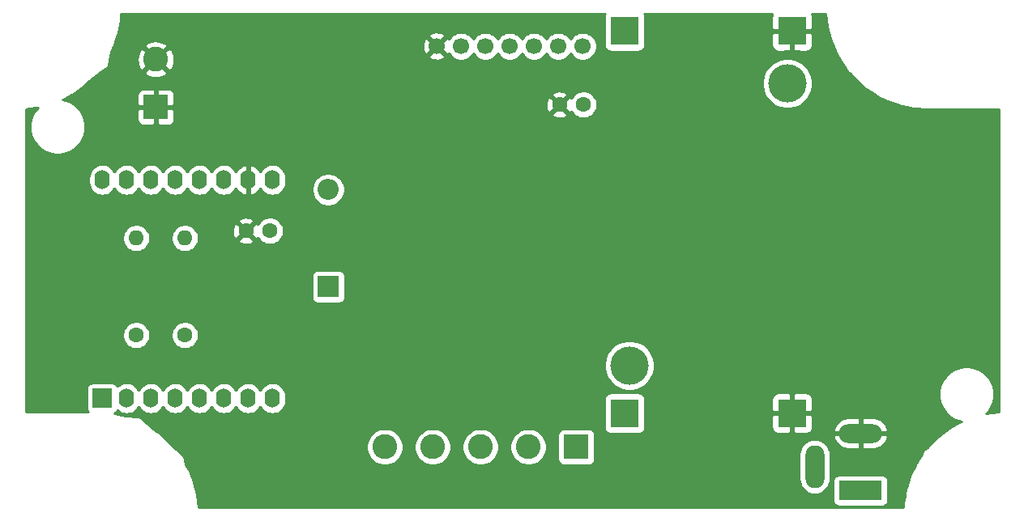
<source format=gbr>
%TF.GenerationSoftware,KiCad,Pcbnew,(5.1.9)-1*%
%TF.CreationDate,2021-01-18T22:58:22-06:00*%
%TF.ProjectId,TempPCB11,54656d70-5043-4423-9131-2e6b69636164,rev?*%
%TF.SameCoordinates,Original*%
%TF.FileFunction,Copper,L2,Bot*%
%TF.FilePolarity,Positive*%
%FSLAX46Y46*%
G04 Gerber Fmt 4.6, Leading zero omitted, Abs format (unit mm)*
G04 Created by KiCad (PCBNEW (5.1.9)-1) date 2021-01-18 22:58:22*
%MOMM*%
%LPD*%
G01*
G04 APERTURE LIST*
%TA.AperFunction,ComponentPad*%
%ADD10C,2.600000*%
%TD*%
%TA.AperFunction,ComponentPad*%
%ADD11R,2.600000X2.600000*%
%TD*%
%TA.AperFunction,ComponentPad*%
%ADD12C,4.000000*%
%TD*%
%TA.AperFunction,ComponentPad*%
%ADD13R,3.000000X3.000000*%
%TD*%
%TA.AperFunction,ComponentPad*%
%ADD14O,2.200000X2.200000*%
%TD*%
%TA.AperFunction,ComponentPad*%
%ADD15R,2.200000X2.200000*%
%TD*%
%TA.AperFunction,ComponentPad*%
%ADD16O,2.000000X4.500000*%
%TD*%
%TA.AperFunction,ComponentPad*%
%ADD17O,4.500000X2.000000*%
%TD*%
%TA.AperFunction,ComponentPad*%
%ADD18R,4.500000X2.000000*%
%TD*%
%TA.AperFunction,ComponentPad*%
%ADD19O,1.600000X2.000000*%
%TD*%
%TA.AperFunction,ComponentPad*%
%ADD20R,2.000000X2.000000*%
%TD*%
%TA.AperFunction,ComponentPad*%
%ADD21O,1.600000X1.600000*%
%TD*%
%TA.AperFunction,ComponentPad*%
%ADD22C,1.600000*%
%TD*%
%TA.AperFunction,ComponentPad*%
%ADD23C,1.700000*%
%TD*%
%TA.AperFunction,Conductor*%
%ADD24C,0.254000*%
%TD*%
%TA.AperFunction,Conductor*%
%ADD25C,0.100000*%
%TD*%
G04 APERTURE END LIST*
D10*
%TO.P,J2,2*%
%TO.N,GND*%
X64262000Y-55452000D03*
D11*
%TO.P,J2,1*%
X64262000Y-60452000D03*
%TD*%
D10*
%TO.P,J1,5*%
%TO.N,Net-(AK1-Pad6)*%
X88204000Y-96012000D03*
%TO.P,J1,4*%
%TO.N,Net-(AK1-Pad3)*%
X93204000Y-96012000D03*
%TO.P,J1,3*%
%TO.N,Net-(AK1-Pad2)*%
X98204000Y-96012000D03*
%TO.P,J1,2*%
%TO.N,Net-(AK1-Pad1)*%
X103204000Y-96012000D03*
D11*
%TO.P,J1,1*%
%TO.N,Net-(B1-Pad2)*%
X108204000Y-96012000D03*
%TD*%
D12*
%TO.P,B1,*%
%TO.N,*%
X130260000Y-57980000D03*
X113760000Y-87480000D03*
D13*
%TO.P,B1,1*%
%TO.N,GND*%
X130760000Y-92480000D03*
%TO.P,B1,3*%
X130760000Y-52480000D03*
%TO.P,B1,4*%
%TO.N,Net-(B1-Pad4)*%
X113260000Y-52480000D03*
%TO.P,B1,2*%
%TO.N,Net-(B1-Pad2)*%
X113260000Y-92480000D03*
%TD*%
D14*
%TO.P,D1,2*%
%TO.N,Net-(B1-Pad4)*%
X82296000Y-69088000D03*
D15*
%TO.P,D1,1*%
%TO.N,Net-(C1-Pad1)*%
X82296000Y-79248000D03*
%TD*%
D16*
%TO.P,J3,3*%
%TO.N,N/C*%
X133122000Y-98084000D03*
D17*
%TO.P,J3,2*%
%TO.N,GND*%
X137922000Y-94584000D03*
D18*
%TO.P,J3,1*%
%TO.N,Net-(B1-Pad2)*%
X137922000Y-100584000D03*
%TD*%
D19*
%TO.P,U1,16*%
%TO.N,Net-(U1-Pad16)*%
X58674000Y-68072000D03*
%TO.P,U1,15*%
%TO.N,Net-(U1-Pad15)*%
X61214000Y-68072000D03*
%TO.P,U1,14*%
%TO.N,Net-(AK1-Pad2)*%
X63754000Y-68072000D03*
%TO.P,U1,13*%
%TO.N,Net-(AK1-Pad3)*%
X66294000Y-68072000D03*
%TO.P,U1,12*%
%TO.N,Net-(U1-Pad12)*%
X68834000Y-68072000D03*
%TO.P,U1,11*%
%TO.N,Net-(U1-Pad11)*%
X71374000Y-68072000D03*
%TO.P,U1,10*%
%TO.N,GND*%
X73914000Y-68072000D03*
%TO.P,U1,9*%
%TO.N,Net-(C1-Pad1)*%
X76454000Y-68072000D03*
%TO.P,U1,8*%
%TO.N,Net-(AK1-Pad1)*%
X76454000Y-90932000D03*
%TO.P,U1,7*%
%TO.N,Net-(U1-Pad7)*%
X73914000Y-90932000D03*
%TO.P,U1,6*%
%TO.N,Net-(U1-Pad6)*%
X71374000Y-90932000D03*
%TO.P,U1,5*%
%TO.N,Net-(U1-Pad5)*%
X68834000Y-90932000D03*
%TO.P,U1,4*%
%TO.N,Net-(U1-Pad4)*%
X66294000Y-90932000D03*
%TO.P,U1,3*%
%TO.N,Net-(U1-Pad3)*%
X63754000Y-90932000D03*
D20*
%TO.P,U1,1*%
%TO.N,Net-(U1-Pad1)*%
X58674000Y-90932000D03*
D19*
%TO.P,U1,2*%
%TO.N,Net-(U1-Pad2)*%
X61214000Y-90932000D03*
%TD*%
D21*
%TO.P,R2,2*%
%TO.N,Net-(AK1-Pad2)*%
X62230000Y-74168000D03*
D22*
%TO.P,R2,1*%
%TO.N,Net-(AK1-Pad1)*%
X62230000Y-84328000D03*
%TD*%
D21*
%TO.P,R1,2*%
%TO.N,Net-(AK1-Pad3)*%
X67310000Y-74168000D03*
D22*
%TO.P,R1,1*%
%TO.N,Net-(AK1-Pad1)*%
X67310000Y-84328000D03*
%TD*%
%TO.P,C2,2*%
%TO.N,GND*%
X106466000Y-60198000D03*
%TO.P,C2,1*%
%TO.N,Net-(AK1-Pad1)*%
X108966000Y-60198000D03*
%TD*%
%TO.P,C1,2*%
%TO.N,GND*%
X73700000Y-73406000D03*
%TO.P,C1,1*%
%TO.N,Net-(C1-Pad1)*%
X76200000Y-73406000D03*
%TD*%
D23*
%TO.P,AK1,7*%
%TO.N,GND*%
X93634000Y-54072000D03*
%TO.P,AK1,6*%
%TO.N,Net-(AK1-Pad6)*%
X96174000Y-54072000D03*
%TO.P,AK1,5*%
%TO.N,Net-(AK1-Pad5)*%
X98714000Y-54072000D03*
%TO.P,AK1,4*%
%TO.N,Net-(AK1-Pad4)*%
X101254000Y-54072000D03*
%TO.P,AK1,3*%
%TO.N,Net-(AK1-Pad3)*%
X103794000Y-54072000D03*
%TO.P,AK1,2*%
%TO.N,Net-(AK1-Pad2)*%
X106334000Y-54072000D03*
%TO.P,AK1,1*%
%TO.N,Net-(AK1-Pad1)*%
X108874000Y-54072000D03*
%TD*%
D24*
%TO.N,GND*%
X111170498Y-50735820D02*
X111134188Y-50855518D01*
X111121928Y-50980000D01*
X111121928Y-53980000D01*
X111134188Y-54104482D01*
X111170498Y-54224180D01*
X111229463Y-54334494D01*
X111308815Y-54431185D01*
X111405506Y-54510537D01*
X111515820Y-54569502D01*
X111635518Y-54605812D01*
X111760000Y-54618072D01*
X114760000Y-54618072D01*
X114884482Y-54605812D01*
X115004180Y-54569502D01*
X115114494Y-54510537D01*
X115211185Y-54431185D01*
X115290537Y-54334494D01*
X115349502Y-54224180D01*
X115385812Y-54104482D01*
X115398072Y-53980000D01*
X128621928Y-53980000D01*
X128634188Y-54104482D01*
X128670498Y-54224180D01*
X128729463Y-54334494D01*
X128808815Y-54431185D01*
X128905506Y-54510537D01*
X129015820Y-54569502D01*
X129135518Y-54605812D01*
X129260000Y-54618072D01*
X130474250Y-54615000D01*
X130633000Y-54456250D01*
X130633000Y-52607000D01*
X130887000Y-52607000D01*
X130887000Y-54456250D01*
X131045750Y-54615000D01*
X132260000Y-54618072D01*
X132384482Y-54605812D01*
X132504180Y-54569502D01*
X132614494Y-54510537D01*
X132711185Y-54431185D01*
X132790537Y-54334494D01*
X132849502Y-54224180D01*
X132885812Y-54104482D01*
X132898072Y-53980000D01*
X132895000Y-52765750D01*
X132736250Y-52607000D01*
X130887000Y-52607000D01*
X130633000Y-52607000D01*
X128783750Y-52607000D01*
X128625000Y-52765750D01*
X128621928Y-53980000D01*
X115398072Y-53980000D01*
X115398072Y-50980000D01*
X115385812Y-50855518D01*
X115349502Y-50735820D01*
X115308975Y-50660000D01*
X128711025Y-50660000D01*
X128670498Y-50735820D01*
X128634188Y-50855518D01*
X128621928Y-50980000D01*
X128625000Y-52194250D01*
X128783750Y-52353000D01*
X130633000Y-52353000D01*
X130633000Y-52333000D01*
X130887000Y-52333000D01*
X130887000Y-52353000D01*
X132736250Y-52353000D01*
X132895000Y-52194250D01*
X132898072Y-50980000D01*
X132885812Y-50855518D01*
X132849502Y-50735820D01*
X132808975Y-50660000D01*
X134261133Y-50660000D01*
X134262984Y-50679588D01*
X134264937Y-50710625D01*
X134422331Y-51956531D01*
X134422331Y-51956533D01*
X134437862Y-52037949D01*
X134750170Y-53254306D01*
X134773985Y-53327601D01*
X134775782Y-53333132D01*
X135238074Y-54500750D01*
X135238076Y-54500756D01*
X135242679Y-54510537D01*
X135273366Y-54575750D01*
X135273367Y-54575751D01*
X135878352Y-55676213D01*
X135878358Y-55676226D01*
X135903310Y-55715543D01*
X135922770Y-55746207D01*
X135922776Y-55746214D01*
X136289399Y-56250828D01*
X136540982Y-56703677D01*
X136555148Y-56724150D01*
X136570697Y-56739564D01*
X136855111Y-56976575D01*
X137573402Y-57741478D01*
X137573409Y-57741487D01*
X137633829Y-57798225D01*
X138601438Y-58598701D01*
X138601447Y-58598709D01*
X138668501Y-58647426D01*
X139472130Y-59157425D01*
X139618697Y-59279564D01*
X139639293Y-59293551D01*
X139664165Y-59303839D01*
X139738715Y-59325766D01*
X139801449Y-59360253D01*
X140937739Y-59894951D01*
X141014803Y-59925463D01*
X141014818Y-59925467D01*
X142209136Y-60313524D01*
X142209150Y-60313530D01*
X142273028Y-60329931D01*
X142289429Y-60334142D01*
X142289432Y-60334142D01*
X143522993Y-60569456D01*
X143522996Y-60569457D01*
X143605226Y-60579845D01*
X144846940Y-60657967D01*
X144867581Y-60660000D01*
X152340000Y-60660000D01*
X152340001Y-92361133D01*
X152320412Y-92362984D01*
X152289375Y-92364937D01*
X151059729Y-92520277D01*
X151240926Y-92339080D01*
X151556654Y-91866560D01*
X151774131Y-91341523D01*
X151885000Y-90784148D01*
X151885000Y-90215852D01*
X151774131Y-89658477D01*
X151556654Y-89133440D01*
X151240926Y-88660920D01*
X150839080Y-88259074D01*
X150366560Y-87943346D01*
X149841523Y-87725869D01*
X149284148Y-87615000D01*
X148715852Y-87615000D01*
X148158477Y-87725869D01*
X147633440Y-87943346D01*
X147160920Y-88259074D01*
X146759074Y-88660920D01*
X146443346Y-89133440D01*
X146225869Y-89658477D01*
X146115000Y-90215852D01*
X146115000Y-90784148D01*
X146225869Y-91341523D01*
X146443346Y-91866560D01*
X146759074Y-92339080D01*
X147160920Y-92740926D01*
X147633440Y-93056654D01*
X148158477Y-93274131D01*
X148493512Y-93340774D01*
X148424250Y-93373366D01*
X148424238Y-93373373D01*
X147323781Y-93978355D01*
X147323775Y-93978358D01*
X147321188Y-93980000D01*
X147253793Y-94022770D01*
X147253786Y-94022776D01*
X146237833Y-94760909D01*
X146237822Y-94760916D01*
X146173959Y-94813749D01*
X145258522Y-95673402D01*
X145258513Y-95673409D01*
X145201775Y-95733829D01*
X144915881Y-96079416D01*
X144451302Y-96417291D01*
X144432700Y-96433837D01*
X144417683Y-96453694D01*
X144405517Y-96479839D01*
X144261415Y-96912146D01*
X143679684Y-97828806D01*
X143679676Y-97828817D01*
X143639747Y-97901449D01*
X143105049Y-99037740D01*
X143074537Y-99114803D01*
X143074533Y-99114818D01*
X142686476Y-100309136D01*
X142686470Y-100309150D01*
X142665858Y-100389429D01*
X142430544Y-101622993D01*
X142430543Y-101622996D01*
X142420155Y-101705226D01*
X142380218Y-102340000D01*
X68738867Y-102340000D01*
X68737016Y-102320412D01*
X68735063Y-102289375D01*
X68577669Y-101043467D01*
X68562138Y-100962052D01*
X68562138Y-100962051D01*
X68249830Y-99745694D01*
X68224218Y-99666867D01*
X68224216Y-99666862D01*
X68124229Y-99414321D01*
X131487000Y-99414321D01*
X131510657Y-99654515D01*
X131604148Y-99962714D01*
X131755969Y-100246751D01*
X131960286Y-100495714D01*
X132209248Y-100700031D01*
X132493285Y-100851852D01*
X132801484Y-100945343D01*
X133122000Y-100976911D01*
X133442515Y-100945343D01*
X133750714Y-100851852D01*
X134034751Y-100700031D01*
X134283714Y-100495714D01*
X134488031Y-100246752D01*
X134639852Y-99962715D01*
X134733343Y-99654516D01*
X134740288Y-99584000D01*
X135033928Y-99584000D01*
X135033928Y-101584000D01*
X135046188Y-101708482D01*
X135082498Y-101828180D01*
X135141463Y-101938494D01*
X135220815Y-102035185D01*
X135317506Y-102114537D01*
X135427820Y-102173502D01*
X135547518Y-102209812D01*
X135672000Y-102222072D01*
X140172000Y-102222072D01*
X140296482Y-102209812D01*
X140416180Y-102173502D01*
X140526494Y-102114537D01*
X140623185Y-102035185D01*
X140702537Y-101938494D01*
X140761502Y-101828180D01*
X140797812Y-101708482D01*
X140810072Y-101584000D01*
X140810072Y-99584000D01*
X140797812Y-99459518D01*
X140761502Y-99339820D01*
X140702537Y-99229506D01*
X140623185Y-99132815D01*
X140526494Y-99053463D01*
X140416180Y-98994498D01*
X140296482Y-98958188D01*
X140172000Y-98945928D01*
X135672000Y-98945928D01*
X135547518Y-98958188D01*
X135427820Y-98994498D01*
X135317506Y-99053463D01*
X135220815Y-99132815D01*
X135141463Y-99229506D01*
X135082498Y-99339820D01*
X135046188Y-99459518D01*
X135033928Y-99584000D01*
X134740288Y-99584000D01*
X134757000Y-99414322D01*
X134757000Y-96753678D01*
X134733343Y-96513484D01*
X134639852Y-96205285D01*
X134488031Y-95921248D01*
X134283714Y-95672286D01*
X134034752Y-95467969D01*
X133750715Y-95316148D01*
X133442516Y-95222657D01*
X133122000Y-95191089D01*
X132801485Y-95222657D01*
X132493286Y-95316148D01*
X132209249Y-95467969D01*
X131960287Y-95672286D01*
X131755970Y-95921248D01*
X131604149Y-96205285D01*
X131510658Y-96513484D01*
X131487001Y-96753678D01*
X131487000Y-99414321D01*
X68124229Y-99414321D01*
X67761924Y-98499245D01*
X67726634Y-98424250D01*
X67726627Y-98424238D01*
X67412690Y-97853190D01*
X67178525Y-96994584D01*
X67169652Y-96971323D01*
X67156411Y-96950239D01*
X67140374Y-96933079D01*
X66285680Y-96173351D01*
X65955194Y-95821419D01*
X86269000Y-95821419D01*
X86269000Y-96202581D01*
X86343361Y-96576419D01*
X86489225Y-96928566D01*
X86700987Y-97245491D01*
X86970509Y-97515013D01*
X87287434Y-97726775D01*
X87639581Y-97872639D01*
X88013419Y-97947000D01*
X88394581Y-97947000D01*
X88768419Y-97872639D01*
X89120566Y-97726775D01*
X89437491Y-97515013D01*
X89707013Y-97245491D01*
X89918775Y-96928566D01*
X90064639Y-96576419D01*
X90139000Y-96202581D01*
X90139000Y-95821419D01*
X91269000Y-95821419D01*
X91269000Y-96202581D01*
X91343361Y-96576419D01*
X91489225Y-96928566D01*
X91700987Y-97245491D01*
X91970509Y-97515013D01*
X92287434Y-97726775D01*
X92639581Y-97872639D01*
X93013419Y-97947000D01*
X93394581Y-97947000D01*
X93768419Y-97872639D01*
X94120566Y-97726775D01*
X94437491Y-97515013D01*
X94707013Y-97245491D01*
X94918775Y-96928566D01*
X95064639Y-96576419D01*
X95139000Y-96202581D01*
X95139000Y-95821419D01*
X96269000Y-95821419D01*
X96269000Y-96202581D01*
X96343361Y-96576419D01*
X96489225Y-96928566D01*
X96700987Y-97245491D01*
X96970509Y-97515013D01*
X97287434Y-97726775D01*
X97639581Y-97872639D01*
X98013419Y-97947000D01*
X98394581Y-97947000D01*
X98768419Y-97872639D01*
X99120566Y-97726775D01*
X99437491Y-97515013D01*
X99707013Y-97245491D01*
X99918775Y-96928566D01*
X100064639Y-96576419D01*
X100139000Y-96202581D01*
X100139000Y-95821419D01*
X101269000Y-95821419D01*
X101269000Y-96202581D01*
X101343361Y-96576419D01*
X101489225Y-96928566D01*
X101700987Y-97245491D01*
X101970509Y-97515013D01*
X102287434Y-97726775D01*
X102639581Y-97872639D01*
X103013419Y-97947000D01*
X103394581Y-97947000D01*
X103768419Y-97872639D01*
X104120566Y-97726775D01*
X104437491Y-97515013D01*
X104707013Y-97245491D01*
X104918775Y-96928566D01*
X105064639Y-96576419D01*
X105139000Y-96202581D01*
X105139000Y-95821419D01*
X105064639Y-95447581D01*
X104918775Y-95095434D01*
X104707013Y-94778509D01*
X104640504Y-94712000D01*
X106265928Y-94712000D01*
X106265928Y-97312000D01*
X106278188Y-97436482D01*
X106314498Y-97556180D01*
X106373463Y-97666494D01*
X106452815Y-97763185D01*
X106549506Y-97842537D01*
X106659820Y-97901502D01*
X106779518Y-97937812D01*
X106904000Y-97950072D01*
X109504000Y-97950072D01*
X109628482Y-97937812D01*
X109748180Y-97901502D01*
X109858494Y-97842537D01*
X109955185Y-97763185D01*
X110034537Y-97666494D01*
X110093502Y-97556180D01*
X110129812Y-97436482D01*
X110142072Y-97312000D01*
X110142072Y-94964434D01*
X135081876Y-94964434D01*
X135112856Y-95092355D01*
X135241990Y-95386761D01*
X135426078Y-95650317D01*
X135658046Y-95872895D01*
X135928980Y-96045942D01*
X136228468Y-96162807D01*
X136545000Y-96219000D01*
X137795000Y-96219000D01*
X137795000Y-94711000D01*
X138049000Y-94711000D01*
X138049000Y-96219000D01*
X139299000Y-96219000D01*
X139615532Y-96162807D01*
X139915020Y-96045942D01*
X140185954Y-95872895D01*
X140417922Y-95650317D01*
X140602010Y-95386761D01*
X140731144Y-95092355D01*
X140762124Y-94964434D01*
X140642777Y-94711000D01*
X138049000Y-94711000D01*
X137795000Y-94711000D01*
X135201223Y-94711000D01*
X135081876Y-94964434D01*
X110142072Y-94964434D01*
X110142072Y-94712000D01*
X110129812Y-94587518D01*
X110093502Y-94467820D01*
X110034537Y-94357506D01*
X109955185Y-94260815D01*
X109858494Y-94181463D01*
X109748180Y-94122498D01*
X109628482Y-94086188D01*
X109504000Y-94073928D01*
X106904000Y-94073928D01*
X106779518Y-94086188D01*
X106659820Y-94122498D01*
X106549506Y-94181463D01*
X106452815Y-94260815D01*
X106373463Y-94357506D01*
X106314498Y-94467820D01*
X106278188Y-94587518D01*
X106265928Y-94712000D01*
X104640504Y-94712000D01*
X104437491Y-94508987D01*
X104120566Y-94297225D01*
X103768419Y-94151361D01*
X103394581Y-94077000D01*
X103013419Y-94077000D01*
X102639581Y-94151361D01*
X102287434Y-94297225D01*
X101970509Y-94508987D01*
X101700987Y-94778509D01*
X101489225Y-95095434D01*
X101343361Y-95447581D01*
X101269000Y-95821419D01*
X100139000Y-95821419D01*
X100064639Y-95447581D01*
X99918775Y-95095434D01*
X99707013Y-94778509D01*
X99437491Y-94508987D01*
X99120566Y-94297225D01*
X98768419Y-94151361D01*
X98394581Y-94077000D01*
X98013419Y-94077000D01*
X97639581Y-94151361D01*
X97287434Y-94297225D01*
X96970509Y-94508987D01*
X96700987Y-94778509D01*
X96489225Y-95095434D01*
X96343361Y-95447581D01*
X96269000Y-95821419D01*
X95139000Y-95821419D01*
X95064639Y-95447581D01*
X94918775Y-95095434D01*
X94707013Y-94778509D01*
X94437491Y-94508987D01*
X94120566Y-94297225D01*
X93768419Y-94151361D01*
X93394581Y-94077000D01*
X93013419Y-94077000D01*
X92639581Y-94151361D01*
X92287434Y-94297225D01*
X91970509Y-94508987D01*
X91700987Y-94778509D01*
X91489225Y-95095434D01*
X91343361Y-95447581D01*
X91269000Y-95821419D01*
X90139000Y-95821419D01*
X90064639Y-95447581D01*
X89918775Y-95095434D01*
X89707013Y-94778509D01*
X89437491Y-94508987D01*
X89120566Y-94297225D01*
X88768419Y-94151361D01*
X88394581Y-94077000D01*
X88013419Y-94077000D01*
X87639581Y-94151361D01*
X87287434Y-94297225D01*
X86970509Y-94508987D01*
X86700987Y-94778509D01*
X86489225Y-95095434D01*
X86343361Y-95447581D01*
X86269000Y-95821419D01*
X65955194Y-95821419D01*
X65426598Y-95258522D01*
X65426591Y-95258513D01*
X65366171Y-95201775D01*
X64398553Y-94401291D01*
X64331499Y-94352573D01*
X64331487Y-94352567D01*
X64002215Y-94143605D01*
X62568374Y-92869079D01*
X62548235Y-92854442D01*
X62525627Y-92844016D01*
X62489287Y-92837110D01*
X61072825Y-92778091D01*
X60790864Y-92686476D01*
X60790850Y-92686470D01*
X60710571Y-92665858D01*
X59927556Y-92516490D01*
X60028494Y-92462537D01*
X60125185Y-92383185D01*
X60204537Y-92286494D01*
X60251559Y-92198523D01*
X60412900Y-92330932D01*
X60662193Y-92464182D01*
X60932692Y-92546236D01*
X61214000Y-92573943D01*
X61495309Y-92546236D01*
X61765808Y-92464182D01*
X62015101Y-92330932D01*
X62233608Y-92151608D01*
X62412932Y-91933101D01*
X62484000Y-91800142D01*
X62555068Y-91933101D01*
X62734393Y-92151608D01*
X62952900Y-92330932D01*
X63202193Y-92464182D01*
X63472692Y-92546236D01*
X63754000Y-92573943D01*
X64035309Y-92546236D01*
X64305808Y-92464182D01*
X64555101Y-92330932D01*
X64773608Y-92151608D01*
X64952932Y-91933101D01*
X65024000Y-91800142D01*
X65095068Y-91933101D01*
X65274393Y-92151608D01*
X65492900Y-92330932D01*
X65742193Y-92464182D01*
X66012692Y-92546236D01*
X66294000Y-92573943D01*
X66575309Y-92546236D01*
X66845808Y-92464182D01*
X67095101Y-92330932D01*
X67313608Y-92151608D01*
X67492932Y-91933101D01*
X67564000Y-91800142D01*
X67635068Y-91933101D01*
X67814393Y-92151608D01*
X68032900Y-92330932D01*
X68282193Y-92464182D01*
X68552692Y-92546236D01*
X68834000Y-92573943D01*
X69115309Y-92546236D01*
X69385808Y-92464182D01*
X69635101Y-92330932D01*
X69853608Y-92151608D01*
X70032932Y-91933101D01*
X70104000Y-91800142D01*
X70175068Y-91933101D01*
X70354393Y-92151608D01*
X70572900Y-92330932D01*
X70822193Y-92464182D01*
X71092692Y-92546236D01*
X71374000Y-92573943D01*
X71655309Y-92546236D01*
X71925808Y-92464182D01*
X72175101Y-92330932D01*
X72393608Y-92151608D01*
X72572932Y-91933101D01*
X72644000Y-91800142D01*
X72715068Y-91933101D01*
X72894393Y-92151608D01*
X73112900Y-92330932D01*
X73362193Y-92464182D01*
X73632692Y-92546236D01*
X73914000Y-92573943D01*
X74195309Y-92546236D01*
X74465808Y-92464182D01*
X74715101Y-92330932D01*
X74933608Y-92151608D01*
X75112932Y-91933101D01*
X75184000Y-91800142D01*
X75255068Y-91933101D01*
X75434393Y-92151608D01*
X75652900Y-92330932D01*
X75902193Y-92464182D01*
X76172692Y-92546236D01*
X76454000Y-92573943D01*
X76735309Y-92546236D01*
X77005808Y-92464182D01*
X77255101Y-92330932D01*
X77473608Y-92151608D01*
X77652932Y-91933101D01*
X77786182Y-91683807D01*
X77868236Y-91413308D01*
X77889000Y-91202491D01*
X77889000Y-90980000D01*
X111121928Y-90980000D01*
X111121928Y-93980000D01*
X111134188Y-94104482D01*
X111170498Y-94224180D01*
X111229463Y-94334494D01*
X111308815Y-94431185D01*
X111405506Y-94510537D01*
X111515820Y-94569502D01*
X111635518Y-94605812D01*
X111760000Y-94618072D01*
X114760000Y-94618072D01*
X114884482Y-94605812D01*
X115004180Y-94569502D01*
X115114494Y-94510537D01*
X115211185Y-94431185D01*
X115290537Y-94334494D01*
X115349502Y-94224180D01*
X115385812Y-94104482D01*
X115398072Y-93980000D01*
X128621928Y-93980000D01*
X128634188Y-94104482D01*
X128670498Y-94224180D01*
X128729463Y-94334494D01*
X128808815Y-94431185D01*
X128905506Y-94510537D01*
X129015820Y-94569502D01*
X129135518Y-94605812D01*
X129260000Y-94618072D01*
X130474250Y-94615000D01*
X130633000Y-94456250D01*
X130633000Y-92607000D01*
X130887000Y-92607000D01*
X130887000Y-94456250D01*
X131045750Y-94615000D01*
X132260000Y-94618072D01*
X132384482Y-94605812D01*
X132504180Y-94569502D01*
X132614494Y-94510537D01*
X132711185Y-94431185D01*
X132790537Y-94334494D01*
X132849502Y-94224180D01*
X132855755Y-94203566D01*
X135081876Y-94203566D01*
X135201223Y-94457000D01*
X137795000Y-94457000D01*
X137795000Y-92949000D01*
X138049000Y-92949000D01*
X138049000Y-94457000D01*
X140642777Y-94457000D01*
X140762124Y-94203566D01*
X140731144Y-94075645D01*
X140602010Y-93781239D01*
X140417922Y-93517683D01*
X140185954Y-93295105D01*
X139915020Y-93122058D01*
X139615532Y-93005193D01*
X139299000Y-92949000D01*
X138049000Y-92949000D01*
X137795000Y-92949000D01*
X136545000Y-92949000D01*
X136228468Y-93005193D01*
X135928980Y-93122058D01*
X135658046Y-93295105D01*
X135426078Y-93517683D01*
X135241990Y-93781239D01*
X135112856Y-94075645D01*
X135081876Y-94203566D01*
X132855755Y-94203566D01*
X132885812Y-94104482D01*
X132898072Y-93980000D01*
X132895000Y-92765750D01*
X132736250Y-92607000D01*
X130887000Y-92607000D01*
X130633000Y-92607000D01*
X128783750Y-92607000D01*
X128625000Y-92765750D01*
X128621928Y-93980000D01*
X115398072Y-93980000D01*
X115398072Y-90980000D01*
X128621928Y-90980000D01*
X128625000Y-92194250D01*
X128783750Y-92353000D01*
X130633000Y-92353000D01*
X130633000Y-90503750D01*
X130887000Y-90503750D01*
X130887000Y-92353000D01*
X132736250Y-92353000D01*
X132895000Y-92194250D01*
X132898072Y-90980000D01*
X132885812Y-90855518D01*
X132849502Y-90735820D01*
X132790537Y-90625506D01*
X132711185Y-90528815D01*
X132614494Y-90449463D01*
X132504180Y-90390498D01*
X132384482Y-90354188D01*
X132260000Y-90341928D01*
X131045750Y-90345000D01*
X130887000Y-90503750D01*
X130633000Y-90503750D01*
X130474250Y-90345000D01*
X129260000Y-90341928D01*
X129135518Y-90354188D01*
X129015820Y-90390498D01*
X128905506Y-90449463D01*
X128808815Y-90528815D01*
X128729463Y-90625506D01*
X128670498Y-90735820D01*
X128634188Y-90855518D01*
X128621928Y-90980000D01*
X115398072Y-90980000D01*
X115385812Y-90855518D01*
X115349502Y-90735820D01*
X115290537Y-90625506D01*
X115211185Y-90528815D01*
X115114494Y-90449463D01*
X115004180Y-90390498D01*
X114884482Y-90354188D01*
X114760000Y-90341928D01*
X111760000Y-90341928D01*
X111635518Y-90354188D01*
X111515820Y-90390498D01*
X111405506Y-90449463D01*
X111308815Y-90528815D01*
X111229463Y-90625506D01*
X111170498Y-90735820D01*
X111134188Y-90855518D01*
X111121928Y-90980000D01*
X77889000Y-90980000D01*
X77889000Y-90661508D01*
X77868236Y-90450691D01*
X77786182Y-90180192D01*
X77652932Y-89930899D01*
X77473607Y-89712392D01*
X77255100Y-89533068D01*
X77005807Y-89399818D01*
X76735308Y-89317764D01*
X76454000Y-89290057D01*
X76172691Y-89317764D01*
X75902192Y-89399818D01*
X75652899Y-89533068D01*
X75434392Y-89712393D01*
X75255068Y-89930900D01*
X75184000Y-90063858D01*
X75112932Y-89930899D01*
X74933607Y-89712392D01*
X74715100Y-89533068D01*
X74465807Y-89399818D01*
X74195308Y-89317764D01*
X73914000Y-89290057D01*
X73632691Y-89317764D01*
X73362192Y-89399818D01*
X73112899Y-89533068D01*
X72894392Y-89712393D01*
X72715068Y-89930900D01*
X72644000Y-90063858D01*
X72572932Y-89930899D01*
X72393607Y-89712392D01*
X72175100Y-89533068D01*
X71925807Y-89399818D01*
X71655308Y-89317764D01*
X71374000Y-89290057D01*
X71092691Y-89317764D01*
X70822192Y-89399818D01*
X70572899Y-89533068D01*
X70354392Y-89712393D01*
X70175068Y-89930900D01*
X70104000Y-90063858D01*
X70032932Y-89930899D01*
X69853607Y-89712392D01*
X69635100Y-89533068D01*
X69385807Y-89399818D01*
X69115308Y-89317764D01*
X68834000Y-89290057D01*
X68552691Y-89317764D01*
X68282192Y-89399818D01*
X68032899Y-89533068D01*
X67814392Y-89712393D01*
X67635068Y-89930900D01*
X67564000Y-90063858D01*
X67492932Y-89930899D01*
X67313607Y-89712392D01*
X67095100Y-89533068D01*
X66845807Y-89399818D01*
X66575308Y-89317764D01*
X66294000Y-89290057D01*
X66012691Y-89317764D01*
X65742192Y-89399818D01*
X65492899Y-89533068D01*
X65274392Y-89712393D01*
X65095068Y-89930900D01*
X65024000Y-90063858D01*
X64952932Y-89930899D01*
X64773607Y-89712392D01*
X64555100Y-89533068D01*
X64305807Y-89399818D01*
X64035308Y-89317764D01*
X63754000Y-89290057D01*
X63472691Y-89317764D01*
X63202192Y-89399818D01*
X62952899Y-89533068D01*
X62734392Y-89712393D01*
X62555068Y-89930900D01*
X62484000Y-90063858D01*
X62412932Y-89930899D01*
X62233607Y-89712392D01*
X62015100Y-89533068D01*
X61765807Y-89399818D01*
X61495308Y-89317764D01*
X61214000Y-89290057D01*
X60932691Y-89317764D01*
X60662192Y-89399818D01*
X60412899Y-89533068D01*
X60251559Y-89665477D01*
X60204537Y-89577506D01*
X60125185Y-89480815D01*
X60028494Y-89401463D01*
X59918180Y-89342498D01*
X59798482Y-89306188D01*
X59674000Y-89293928D01*
X57674000Y-89293928D01*
X57549518Y-89306188D01*
X57429820Y-89342498D01*
X57319506Y-89401463D01*
X57222815Y-89480815D01*
X57143463Y-89577506D01*
X57084498Y-89687820D01*
X57048188Y-89807518D01*
X57035928Y-89932000D01*
X57035928Y-91932000D01*
X57048188Y-92056482D01*
X57084498Y-92176180D01*
X57143463Y-92286494D01*
X57187374Y-92340000D01*
X50660000Y-92340000D01*
X50660000Y-87220475D01*
X111125000Y-87220475D01*
X111125000Y-87739525D01*
X111226261Y-88248601D01*
X111424893Y-88728141D01*
X111713262Y-89159715D01*
X112080285Y-89526738D01*
X112511859Y-89815107D01*
X112991399Y-90013739D01*
X113500475Y-90115000D01*
X114019525Y-90115000D01*
X114528601Y-90013739D01*
X115008141Y-89815107D01*
X115439715Y-89526738D01*
X115806738Y-89159715D01*
X116095107Y-88728141D01*
X116293739Y-88248601D01*
X116395000Y-87739525D01*
X116395000Y-87220475D01*
X116293739Y-86711399D01*
X116095107Y-86231859D01*
X115806738Y-85800285D01*
X115439715Y-85433262D01*
X115008141Y-85144893D01*
X114528601Y-84946261D01*
X114019525Y-84845000D01*
X113500475Y-84845000D01*
X112991399Y-84946261D01*
X112511859Y-85144893D01*
X112080285Y-85433262D01*
X111713262Y-85800285D01*
X111424893Y-86231859D01*
X111226261Y-86711399D01*
X111125000Y-87220475D01*
X50660000Y-87220475D01*
X50660000Y-84186665D01*
X60795000Y-84186665D01*
X60795000Y-84469335D01*
X60850147Y-84746574D01*
X60958320Y-85007727D01*
X61115363Y-85242759D01*
X61315241Y-85442637D01*
X61550273Y-85599680D01*
X61811426Y-85707853D01*
X62088665Y-85763000D01*
X62371335Y-85763000D01*
X62648574Y-85707853D01*
X62909727Y-85599680D01*
X63144759Y-85442637D01*
X63344637Y-85242759D01*
X63501680Y-85007727D01*
X63609853Y-84746574D01*
X63665000Y-84469335D01*
X63665000Y-84186665D01*
X65875000Y-84186665D01*
X65875000Y-84469335D01*
X65930147Y-84746574D01*
X66038320Y-85007727D01*
X66195363Y-85242759D01*
X66395241Y-85442637D01*
X66630273Y-85599680D01*
X66891426Y-85707853D01*
X67168665Y-85763000D01*
X67451335Y-85763000D01*
X67728574Y-85707853D01*
X67989727Y-85599680D01*
X68224759Y-85442637D01*
X68424637Y-85242759D01*
X68581680Y-85007727D01*
X68689853Y-84746574D01*
X68745000Y-84469335D01*
X68745000Y-84186665D01*
X68689853Y-83909426D01*
X68581680Y-83648273D01*
X68424637Y-83413241D01*
X68224759Y-83213363D01*
X67989727Y-83056320D01*
X67728574Y-82948147D01*
X67451335Y-82893000D01*
X67168665Y-82893000D01*
X66891426Y-82948147D01*
X66630273Y-83056320D01*
X66395241Y-83213363D01*
X66195363Y-83413241D01*
X66038320Y-83648273D01*
X65930147Y-83909426D01*
X65875000Y-84186665D01*
X63665000Y-84186665D01*
X63609853Y-83909426D01*
X63501680Y-83648273D01*
X63344637Y-83413241D01*
X63144759Y-83213363D01*
X62909727Y-83056320D01*
X62648574Y-82948147D01*
X62371335Y-82893000D01*
X62088665Y-82893000D01*
X61811426Y-82948147D01*
X61550273Y-83056320D01*
X61315241Y-83213363D01*
X61115363Y-83413241D01*
X60958320Y-83648273D01*
X60850147Y-83909426D01*
X60795000Y-84186665D01*
X50660000Y-84186665D01*
X50660000Y-78148000D01*
X80557928Y-78148000D01*
X80557928Y-80348000D01*
X80570188Y-80472482D01*
X80606498Y-80592180D01*
X80665463Y-80702494D01*
X80744815Y-80799185D01*
X80841506Y-80878537D01*
X80951820Y-80937502D01*
X81071518Y-80973812D01*
X81196000Y-80986072D01*
X83396000Y-80986072D01*
X83520482Y-80973812D01*
X83640180Y-80937502D01*
X83750494Y-80878537D01*
X83847185Y-80799185D01*
X83926537Y-80702494D01*
X83985502Y-80592180D01*
X84021812Y-80472482D01*
X84034072Y-80348000D01*
X84034072Y-78148000D01*
X84021812Y-78023518D01*
X83985502Y-77903820D01*
X83926537Y-77793506D01*
X83847185Y-77696815D01*
X83750494Y-77617463D01*
X83640180Y-77558498D01*
X83520482Y-77522188D01*
X83396000Y-77509928D01*
X81196000Y-77509928D01*
X81071518Y-77522188D01*
X80951820Y-77558498D01*
X80841506Y-77617463D01*
X80744815Y-77696815D01*
X80665463Y-77793506D01*
X80606498Y-77903820D01*
X80570188Y-78023518D01*
X80557928Y-78148000D01*
X50660000Y-78148000D01*
X50660000Y-74026665D01*
X60795000Y-74026665D01*
X60795000Y-74309335D01*
X60850147Y-74586574D01*
X60958320Y-74847727D01*
X61115363Y-75082759D01*
X61315241Y-75282637D01*
X61550273Y-75439680D01*
X61811426Y-75547853D01*
X62088665Y-75603000D01*
X62371335Y-75603000D01*
X62648574Y-75547853D01*
X62909727Y-75439680D01*
X63144759Y-75282637D01*
X63344637Y-75082759D01*
X63501680Y-74847727D01*
X63609853Y-74586574D01*
X63665000Y-74309335D01*
X63665000Y-74026665D01*
X65875000Y-74026665D01*
X65875000Y-74309335D01*
X65930147Y-74586574D01*
X66038320Y-74847727D01*
X66195363Y-75082759D01*
X66395241Y-75282637D01*
X66630273Y-75439680D01*
X66891426Y-75547853D01*
X67168665Y-75603000D01*
X67451335Y-75603000D01*
X67728574Y-75547853D01*
X67989727Y-75439680D01*
X68224759Y-75282637D01*
X68424637Y-75082759D01*
X68581680Y-74847727D01*
X68689853Y-74586574D01*
X68727223Y-74398702D01*
X72886903Y-74398702D01*
X72958486Y-74642671D01*
X73213996Y-74763571D01*
X73488184Y-74832300D01*
X73770512Y-74846217D01*
X74050130Y-74804787D01*
X74316292Y-74709603D01*
X74441514Y-74642671D01*
X74513097Y-74398702D01*
X73700000Y-73585605D01*
X72886903Y-74398702D01*
X68727223Y-74398702D01*
X68745000Y-74309335D01*
X68745000Y-74026665D01*
X68689853Y-73749426D01*
X68581680Y-73488273D01*
X68573822Y-73476512D01*
X72259783Y-73476512D01*
X72301213Y-73756130D01*
X72396397Y-74022292D01*
X72463329Y-74147514D01*
X72707298Y-74219097D01*
X73520395Y-73406000D01*
X73879605Y-73406000D01*
X74692702Y-74219097D01*
X74936671Y-74147514D01*
X74950324Y-74118659D01*
X75085363Y-74320759D01*
X75285241Y-74520637D01*
X75520273Y-74677680D01*
X75781426Y-74785853D01*
X76058665Y-74841000D01*
X76341335Y-74841000D01*
X76618574Y-74785853D01*
X76879727Y-74677680D01*
X77114759Y-74520637D01*
X77314637Y-74320759D01*
X77471680Y-74085727D01*
X77579853Y-73824574D01*
X77635000Y-73547335D01*
X77635000Y-73264665D01*
X77579853Y-72987426D01*
X77471680Y-72726273D01*
X77314637Y-72491241D01*
X77114759Y-72291363D01*
X76879727Y-72134320D01*
X76618574Y-72026147D01*
X76341335Y-71971000D01*
X76058665Y-71971000D01*
X75781426Y-72026147D01*
X75520273Y-72134320D01*
X75285241Y-72291363D01*
X75085363Y-72491241D01*
X74951308Y-72691869D01*
X74936671Y-72664486D01*
X74692702Y-72592903D01*
X73879605Y-73406000D01*
X73520395Y-73406000D01*
X72707298Y-72592903D01*
X72463329Y-72664486D01*
X72342429Y-72919996D01*
X72273700Y-73194184D01*
X72259783Y-73476512D01*
X68573822Y-73476512D01*
X68424637Y-73253241D01*
X68224759Y-73053363D01*
X67989727Y-72896320D01*
X67728574Y-72788147D01*
X67451335Y-72733000D01*
X67168665Y-72733000D01*
X66891426Y-72788147D01*
X66630273Y-72896320D01*
X66395241Y-73053363D01*
X66195363Y-73253241D01*
X66038320Y-73488273D01*
X65930147Y-73749426D01*
X65875000Y-74026665D01*
X63665000Y-74026665D01*
X63609853Y-73749426D01*
X63501680Y-73488273D01*
X63344637Y-73253241D01*
X63144759Y-73053363D01*
X62909727Y-72896320D01*
X62648574Y-72788147D01*
X62371335Y-72733000D01*
X62088665Y-72733000D01*
X61811426Y-72788147D01*
X61550273Y-72896320D01*
X61315241Y-73053363D01*
X61115363Y-73253241D01*
X60958320Y-73488273D01*
X60850147Y-73749426D01*
X60795000Y-74026665D01*
X50660000Y-74026665D01*
X50660000Y-72413298D01*
X72886903Y-72413298D01*
X73700000Y-73226395D01*
X74513097Y-72413298D01*
X74441514Y-72169329D01*
X74186004Y-72048429D01*
X73911816Y-71979700D01*
X73629488Y-71965783D01*
X73349870Y-72007213D01*
X73083708Y-72102397D01*
X72958486Y-72169329D01*
X72886903Y-72413298D01*
X50660000Y-72413298D01*
X50660000Y-67801509D01*
X57239000Y-67801509D01*
X57239000Y-68342492D01*
X57259764Y-68553309D01*
X57341818Y-68823808D01*
X57475068Y-69073101D01*
X57654393Y-69291608D01*
X57872900Y-69470932D01*
X58122193Y-69604182D01*
X58392692Y-69686236D01*
X58674000Y-69713943D01*
X58955309Y-69686236D01*
X59225808Y-69604182D01*
X59475101Y-69470932D01*
X59693608Y-69291608D01*
X59872932Y-69073101D01*
X59944000Y-68940142D01*
X60015068Y-69073101D01*
X60194393Y-69291608D01*
X60412900Y-69470932D01*
X60662193Y-69604182D01*
X60932692Y-69686236D01*
X61214000Y-69713943D01*
X61495309Y-69686236D01*
X61765808Y-69604182D01*
X62015101Y-69470932D01*
X62233608Y-69291608D01*
X62412932Y-69073101D01*
X62484000Y-68940142D01*
X62555068Y-69073101D01*
X62734393Y-69291608D01*
X62952900Y-69470932D01*
X63202193Y-69604182D01*
X63472692Y-69686236D01*
X63754000Y-69713943D01*
X64035309Y-69686236D01*
X64305808Y-69604182D01*
X64555101Y-69470932D01*
X64773608Y-69291608D01*
X64952932Y-69073101D01*
X65024000Y-68940142D01*
X65095068Y-69073101D01*
X65274393Y-69291608D01*
X65492900Y-69470932D01*
X65742193Y-69604182D01*
X66012692Y-69686236D01*
X66294000Y-69713943D01*
X66575309Y-69686236D01*
X66845808Y-69604182D01*
X67095101Y-69470932D01*
X67313608Y-69291608D01*
X67492932Y-69073101D01*
X67564000Y-68940142D01*
X67635068Y-69073101D01*
X67814393Y-69291608D01*
X68032900Y-69470932D01*
X68282193Y-69604182D01*
X68552692Y-69686236D01*
X68834000Y-69713943D01*
X69115309Y-69686236D01*
X69385808Y-69604182D01*
X69635101Y-69470932D01*
X69853608Y-69291608D01*
X70032932Y-69073101D01*
X70104000Y-68940142D01*
X70175068Y-69073101D01*
X70354393Y-69291608D01*
X70572900Y-69470932D01*
X70822193Y-69604182D01*
X71092692Y-69686236D01*
X71374000Y-69713943D01*
X71655309Y-69686236D01*
X71925808Y-69604182D01*
X72175101Y-69470932D01*
X72393608Y-69291608D01*
X72572932Y-69073101D01*
X72642122Y-68943655D01*
X72649570Y-68961227D01*
X72808327Y-69194662D01*
X73009575Y-69392639D01*
X73245579Y-69547551D01*
X73507270Y-69653444D01*
X73564961Y-69663904D01*
X73787000Y-69541915D01*
X73787000Y-68199000D01*
X73767000Y-68199000D01*
X73767000Y-67945000D01*
X73787000Y-67945000D01*
X73787000Y-66602085D01*
X74041000Y-66602085D01*
X74041000Y-67945000D01*
X74061000Y-67945000D01*
X74061000Y-68199000D01*
X74041000Y-68199000D01*
X74041000Y-69541915D01*
X74263039Y-69663904D01*
X74320730Y-69653444D01*
X74582421Y-69547551D01*
X74818425Y-69392639D01*
X75019673Y-69194662D01*
X75178430Y-68961227D01*
X75185878Y-68943655D01*
X75255068Y-69073101D01*
X75434393Y-69291608D01*
X75652900Y-69470932D01*
X75902193Y-69604182D01*
X76172692Y-69686236D01*
X76454000Y-69713943D01*
X76735309Y-69686236D01*
X77005808Y-69604182D01*
X77255101Y-69470932D01*
X77473608Y-69291608D01*
X77652932Y-69073101D01*
X77736306Y-68917117D01*
X80561000Y-68917117D01*
X80561000Y-69258883D01*
X80627675Y-69594081D01*
X80758463Y-69909831D01*
X80948337Y-70193998D01*
X81190002Y-70435663D01*
X81474169Y-70625537D01*
X81789919Y-70756325D01*
X82125117Y-70823000D01*
X82466883Y-70823000D01*
X82802081Y-70756325D01*
X83117831Y-70625537D01*
X83401998Y-70435663D01*
X83643663Y-70193998D01*
X83833537Y-69909831D01*
X83964325Y-69594081D01*
X84031000Y-69258883D01*
X84031000Y-68917117D01*
X83964325Y-68581919D01*
X83833537Y-68266169D01*
X83643663Y-67982002D01*
X83401998Y-67740337D01*
X83117831Y-67550463D01*
X82802081Y-67419675D01*
X82466883Y-67353000D01*
X82125117Y-67353000D01*
X81789919Y-67419675D01*
X81474169Y-67550463D01*
X81190002Y-67740337D01*
X80948337Y-67982002D01*
X80758463Y-68266169D01*
X80627675Y-68581919D01*
X80561000Y-68917117D01*
X77736306Y-68917117D01*
X77786182Y-68823807D01*
X77868236Y-68553308D01*
X77889000Y-68342491D01*
X77889000Y-67801508D01*
X77868236Y-67590691D01*
X77786182Y-67320192D01*
X77652932Y-67070899D01*
X77473607Y-66852392D01*
X77255100Y-66673068D01*
X77005807Y-66539818D01*
X76735308Y-66457764D01*
X76454000Y-66430057D01*
X76172691Y-66457764D01*
X75902192Y-66539818D01*
X75652899Y-66673068D01*
X75434392Y-66852393D01*
X75255068Y-67070900D01*
X75185878Y-67200345D01*
X75178430Y-67182773D01*
X75019673Y-66949338D01*
X74818425Y-66751361D01*
X74582421Y-66596449D01*
X74320730Y-66490556D01*
X74263039Y-66480096D01*
X74041000Y-66602085D01*
X73787000Y-66602085D01*
X73564961Y-66480096D01*
X73507270Y-66490556D01*
X73245579Y-66596449D01*
X73009575Y-66751361D01*
X72808327Y-66949338D01*
X72649570Y-67182773D01*
X72642122Y-67200345D01*
X72572932Y-67070899D01*
X72393607Y-66852392D01*
X72175100Y-66673068D01*
X71925807Y-66539818D01*
X71655308Y-66457764D01*
X71374000Y-66430057D01*
X71092691Y-66457764D01*
X70822192Y-66539818D01*
X70572899Y-66673068D01*
X70354392Y-66852393D01*
X70175068Y-67070900D01*
X70104000Y-67203858D01*
X70032932Y-67070899D01*
X69853607Y-66852392D01*
X69635100Y-66673068D01*
X69385807Y-66539818D01*
X69115308Y-66457764D01*
X68834000Y-66430057D01*
X68552691Y-66457764D01*
X68282192Y-66539818D01*
X68032899Y-66673068D01*
X67814392Y-66852393D01*
X67635068Y-67070900D01*
X67564000Y-67203858D01*
X67492932Y-67070899D01*
X67313607Y-66852392D01*
X67095100Y-66673068D01*
X66845807Y-66539818D01*
X66575308Y-66457764D01*
X66294000Y-66430057D01*
X66012691Y-66457764D01*
X65742192Y-66539818D01*
X65492899Y-66673068D01*
X65274392Y-66852393D01*
X65095068Y-67070900D01*
X65024000Y-67203858D01*
X64952932Y-67070899D01*
X64773607Y-66852392D01*
X64555100Y-66673068D01*
X64305807Y-66539818D01*
X64035308Y-66457764D01*
X63754000Y-66430057D01*
X63472691Y-66457764D01*
X63202192Y-66539818D01*
X62952899Y-66673068D01*
X62734392Y-66852393D01*
X62555068Y-67070900D01*
X62484000Y-67203858D01*
X62412932Y-67070899D01*
X62233607Y-66852392D01*
X62015100Y-66673068D01*
X61765807Y-66539818D01*
X61495308Y-66457764D01*
X61214000Y-66430057D01*
X60932691Y-66457764D01*
X60662192Y-66539818D01*
X60412899Y-66673068D01*
X60194392Y-66852393D01*
X60015068Y-67070900D01*
X59944000Y-67203858D01*
X59872932Y-67070899D01*
X59693607Y-66852392D01*
X59475100Y-66673068D01*
X59225807Y-66539818D01*
X58955308Y-66457764D01*
X58674000Y-66430057D01*
X58392691Y-66457764D01*
X58122192Y-66539818D01*
X57872899Y-66673068D01*
X57654392Y-66852393D01*
X57475068Y-67070900D01*
X57341818Y-67320193D01*
X57259764Y-67590692D01*
X57239000Y-67801509D01*
X50660000Y-67801509D01*
X50660000Y-60707318D01*
X50937527Y-60606399D01*
X51940271Y-60479723D01*
X51759074Y-60660920D01*
X51443346Y-61133440D01*
X51225869Y-61658477D01*
X51115000Y-62215852D01*
X51115000Y-62784148D01*
X51225869Y-63341523D01*
X51443346Y-63866560D01*
X51759074Y-64339080D01*
X52160920Y-64740926D01*
X52633440Y-65056654D01*
X53158477Y-65274131D01*
X53715852Y-65385000D01*
X54284148Y-65385000D01*
X54841523Y-65274131D01*
X55366560Y-65056654D01*
X55839080Y-64740926D01*
X56240926Y-64339080D01*
X56556654Y-63866560D01*
X56774131Y-63341523D01*
X56885000Y-62784148D01*
X56885000Y-62215852D01*
X56792734Y-61752000D01*
X62323928Y-61752000D01*
X62336188Y-61876482D01*
X62372498Y-61996180D01*
X62431463Y-62106494D01*
X62510815Y-62203185D01*
X62607506Y-62282537D01*
X62717820Y-62341502D01*
X62837518Y-62377812D01*
X62962000Y-62390072D01*
X63976250Y-62387000D01*
X64135000Y-62228250D01*
X64135000Y-60579000D01*
X64389000Y-60579000D01*
X64389000Y-62228250D01*
X64547750Y-62387000D01*
X65562000Y-62390072D01*
X65686482Y-62377812D01*
X65806180Y-62341502D01*
X65916494Y-62282537D01*
X66013185Y-62203185D01*
X66092537Y-62106494D01*
X66151502Y-61996180D01*
X66187812Y-61876482D01*
X66200072Y-61752000D01*
X66198372Y-61190702D01*
X105652903Y-61190702D01*
X105724486Y-61434671D01*
X105979996Y-61555571D01*
X106254184Y-61624300D01*
X106536512Y-61638217D01*
X106816130Y-61596787D01*
X107082292Y-61501603D01*
X107207514Y-61434671D01*
X107279097Y-61190702D01*
X106466000Y-60377605D01*
X105652903Y-61190702D01*
X66198372Y-61190702D01*
X66197000Y-60737750D01*
X66038250Y-60579000D01*
X64389000Y-60579000D01*
X64135000Y-60579000D01*
X62485750Y-60579000D01*
X62327000Y-60737750D01*
X62323928Y-61752000D01*
X56792734Y-61752000D01*
X56774131Y-61658477D01*
X56556654Y-61133440D01*
X56240926Y-60660920D01*
X55839080Y-60259074D01*
X55366560Y-59943346D01*
X54841523Y-59725869D01*
X54506489Y-59659226D01*
X54536046Y-59645317D01*
X54575750Y-59626634D01*
X54575755Y-59626631D01*
X55439104Y-59152000D01*
X62323928Y-59152000D01*
X62327000Y-60166250D01*
X62485750Y-60325000D01*
X64135000Y-60325000D01*
X64135000Y-58675750D01*
X64389000Y-58675750D01*
X64389000Y-60325000D01*
X66038250Y-60325000D01*
X66094738Y-60268512D01*
X105025783Y-60268512D01*
X105067213Y-60548130D01*
X105162397Y-60814292D01*
X105229329Y-60939514D01*
X105473298Y-61011097D01*
X106286395Y-60198000D01*
X106645605Y-60198000D01*
X107458702Y-61011097D01*
X107702671Y-60939514D01*
X107716324Y-60910659D01*
X107851363Y-61112759D01*
X108051241Y-61312637D01*
X108286273Y-61469680D01*
X108547426Y-61577853D01*
X108824665Y-61633000D01*
X109107335Y-61633000D01*
X109384574Y-61577853D01*
X109645727Y-61469680D01*
X109880759Y-61312637D01*
X110080637Y-61112759D01*
X110237680Y-60877727D01*
X110345853Y-60616574D01*
X110401000Y-60339335D01*
X110401000Y-60056665D01*
X110345853Y-59779426D01*
X110237680Y-59518273D01*
X110080637Y-59283241D01*
X109880759Y-59083363D01*
X109645727Y-58926320D01*
X109384574Y-58818147D01*
X109107335Y-58763000D01*
X108824665Y-58763000D01*
X108547426Y-58818147D01*
X108286273Y-58926320D01*
X108051241Y-59083363D01*
X107851363Y-59283241D01*
X107717308Y-59483869D01*
X107702671Y-59456486D01*
X107458702Y-59384903D01*
X106645605Y-60198000D01*
X106286395Y-60198000D01*
X105473298Y-59384903D01*
X105229329Y-59456486D01*
X105108429Y-59711996D01*
X105039700Y-59986184D01*
X105025783Y-60268512D01*
X66094738Y-60268512D01*
X66197000Y-60166250D01*
X66199910Y-59205298D01*
X105652903Y-59205298D01*
X106466000Y-60018395D01*
X107279097Y-59205298D01*
X107207514Y-58961329D01*
X106952004Y-58840429D01*
X106677816Y-58771700D01*
X106395488Y-58757783D01*
X106115870Y-58799213D01*
X105849708Y-58894397D01*
X105724486Y-58961329D01*
X105652903Y-59205298D01*
X66199910Y-59205298D01*
X66200072Y-59152000D01*
X66187812Y-59027518D01*
X66151502Y-58907820D01*
X66092537Y-58797506D01*
X66013185Y-58700815D01*
X65916494Y-58621463D01*
X65806180Y-58562498D01*
X65686482Y-58526188D01*
X65562000Y-58513928D01*
X64547750Y-58517000D01*
X64389000Y-58675750D01*
X64135000Y-58675750D01*
X63976250Y-58517000D01*
X62962000Y-58513928D01*
X62837518Y-58526188D01*
X62717820Y-58562498D01*
X62607506Y-58621463D01*
X62510815Y-58700815D01*
X62431463Y-58797506D01*
X62372498Y-58907820D01*
X62336188Y-59027518D01*
X62323928Y-59152000D01*
X55439104Y-59152000D01*
X55676213Y-59021648D01*
X55676226Y-59021642D01*
X55719037Y-58994472D01*
X55746207Y-58977230D01*
X55746214Y-58977224D01*
X56762179Y-58239083D01*
X56826042Y-58186251D01*
X56826049Y-58186243D01*
X57295609Y-57745297D01*
X57327877Y-57720475D01*
X127625000Y-57720475D01*
X127625000Y-58239525D01*
X127726261Y-58748601D01*
X127924893Y-59228141D01*
X128213262Y-59659715D01*
X128580285Y-60026738D01*
X129011859Y-60315107D01*
X129491399Y-60513739D01*
X130000475Y-60615000D01*
X130519525Y-60615000D01*
X131028601Y-60513739D01*
X131508141Y-60315107D01*
X131939715Y-60026738D01*
X132306738Y-59659715D01*
X132595107Y-59228141D01*
X132793739Y-58748601D01*
X132895000Y-58239525D01*
X132895000Y-57720475D01*
X132793739Y-57211399D01*
X132595107Y-56731859D01*
X132306738Y-56300285D01*
X131939715Y-55933262D01*
X131508141Y-55644893D01*
X131028601Y-55446261D01*
X130519525Y-55345000D01*
X130000475Y-55345000D01*
X129491399Y-55446261D01*
X129011859Y-55644893D01*
X128580285Y-55933262D01*
X128213262Y-56300285D01*
X127924893Y-56731859D01*
X127726261Y-57211399D01*
X127625000Y-57720475D01*
X57327877Y-57720475D01*
X58522903Y-56801224D01*
X63092381Y-56801224D01*
X63224317Y-57096312D01*
X63565045Y-57267159D01*
X63932557Y-57368250D01*
X64312729Y-57395701D01*
X64690951Y-57348457D01*
X65052690Y-57228333D01*
X65299683Y-57096312D01*
X65431619Y-56801224D01*
X64262000Y-55631605D01*
X63092381Y-56801224D01*
X58522903Y-56801224D01*
X59259433Y-56234663D01*
X59277584Y-56217623D01*
X59292061Y-56197368D01*
X59302309Y-56174679D01*
X59307272Y-56154879D01*
X59415963Y-55502729D01*
X62318299Y-55502729D01*
X62365543Y-55880951D01*
X62485667Y-56242690D01*
X62617688Y-56489683D01*
X62912776Y-56621619D01*
X64082395Y-55452000D01*
X64441605Y-55452000D01*
X65611224Y-56621619D01*
X65906312Y-56489683D01*
X66077159Y-56148955D01*
X66178250Y-55781443D01*
X66205701Y-55401271D01*
X66168119Y-55100397D01*
X92785208Y-55100397D01*
X92862843Y-55349472D01*
X93126883Y-55475371D01*
X93410411Y-55547339D01*
X93702531Y-55562611D01*
X93992019Y-55520599D01*
X94267747Y-55422919D01*
X94405157Y-55349472D01*
X94482792Y-55100397D01*
X93634000Y-54251605D01*
X92785208Y-55100397D01*
X66168119Y-55100397D01*
X66158457Y-55023049D01*
X66038333Y-54661310D01*
X65906312Y-54414317D01*
X65611224Y-54282381D01*
X64441605Y-55452000D01*
X64082395Y-55452000D01*
X62912776Y-54282381D01*
X62617688Y-54414317D01*
X62446841Y-54755045D01*
X62345750Y-55122557D01*
X62318299Y-55502729D01*
X59415963Y-55502729D01*
X59550824Y-54693568D01*
X59828829Y-54102776D01*
X63092381Y-54102776D01*
X64262000Y-55272395D01*
X65393864Y-54140531D01*
X92143389Y-54140531D01*
X92185401Y-54430019D01*
X92283081Y-54705747D01*
X92356528Y-54843157D01*
X92605603Y-54920792D01*
X93454395Y-54072000D01*
X93813605Y-54072000D01*
X94662397Y-54920792D01*
X94904689Y-54845271D01*
X95020525Y-55018632D01*
X95227368Y-55225475D01*
X95470589Y-55387990D01*
X95740842Y-55499932D01*
X96027740Y-55557000D01*
X96320260Y-55557000D01*
X96607158Y-55499932D01*
X96877411Y-55387990D01*
X97120632Y-55225475D01*
X97327475Y-55018632D01*
X97444000Y-54844240D01*
X97560525Y-55018632D01*
X97767368Y-55225475D01*
X98010589Y-55387990D01*
X98280842Y-55499932D01*
X98567740Y-55557000D01*
X98860260Y-55557000D01*
X99147158Y-55499932D01*
X99417411Y-55387990D01*
X99660632Y-55225475D01*
X99867475Y-55018632D01*
X99984000Y-54844240D01*
X100100525Y-55018632D01*
X100307368Y-55225475D01*
X100550589Y-55387990D01*
X100820842Y-55499932D01*
X101107740Y-55557000D01*
X101400260Y-55557000D01*
X101687158Y-55499932D01*
X101957411Y-55387990D01*
X102200632Y-55225475D01*
X102407475Y-55018632D01*
X102524000Y-54844240D01*
X102640525Y-55018632D01*
X102847368Y-55225475D01*
X103090589Y-55387990D01*
X103360842Y-55499932D01*
X103647740Y-55557000D01*
X103940260Y-55557000D01*
X104227158Y-55499932D01*
X104497411Y-55387990D01*
X104740632Y-55225475D01*
X104947475Y-55018632D01*
X105064000Y-54844240D01*
X105180525Y-55018632D01*
X105387368Y-55225475D01*
X105630589Y-55387990D01*
X105900842Y-55499932D01*
X106187740Y-55557000D01*
X106480260Y-55557000D01*
X106767158Y-55499932D01*
X107037411Y-55387990D01*
X107280632Y-55225475D01*
X107487475Y-55018632D01*
X107604000Y-54844240D01*
X107720525Y-55018632D01*
X107927368Y-55225475D01*
X108170589Y-55387990D01*
X108440842Y-55499932D01*
X108727740Y-55557000D01*
X109020260Y-55557000D01*
X109307158Y-55499932D01*
X109577411Y-55387990D01*
X109820632Y-55225475D01*
X110027475Y-55018632D01*
X110189990Y-54775411D01*
X110301932Y-54505158D01*
X110359000Y-54218260D01*
X110359000Y-53925740D01*
X110301932Y-53638842D01*
X110189990Y-53368589D01*
X110027475Y-53125368D01*
X109820632Y-52918525D01*
X109577411Y-52756010D01*
X109307158Y-52644068D01*
X109020260Y-52587000D01*
X108727740Y-52587000D01*
X108440842Y-52644068D01*
X108170589Y-52756010D01*
X107927368Y-52918525D01*
X107720525Y-53125368D01*
X107604000Y-53299760D01*
X107487475Y-53125368D01*
X107280632Y-52918525D01*
X107037411Y-52756010D01*
X106767158Y-52644068D01*
X106480260Y-52587000D01*
X106187740Y-52587000D01*
X105900842Y-52644068D01*
X105630589Y-52756010D01*
X105387368Y-52918525D01*
X105180525Y-53125368D01*
X105064000Y-53299760D01*
X104947475Y-53125368D01*
X104740632Y-52918525D01*
X104497411Y-52756010D01*
X104227158Y-52644068D01*
X103940260Y-52587000D01*
X103647740Y-52587000D01*
X103360842Y-52644068D01*
X103090589Y-52756010D01*
X102847368Y-52918525D01*
X102640525Y-53125368D01*
X102524000Y-53299760D01*
X102407475Y-53125368D01*
X102200632Y-52918525D01*
X101957411Y-52756010D01*
X101687158Y-52644068D01*
X101400260Y-52587000D01*
X101107740Y-52587000D01*
X100820842Y-52644068D01*
X100550589Y-52756010D01*
X100307368Y-52918525D01*
X100100525Y-53125368D01*
X99984000Y-53299760D01*
X99867475Y-53125368D01*
X99660632Y-52918525D01*
X99417411Y-52756010D01*
X99147158Y-52644068D01*
X98860260Y-52587000D01*
X98567740Y-52587000D01*
X98280842Y-52644068D01*
X98010589Y-52756010D01*
X97767368Y-52918525D01*
X97560525Y-53125368D01*
X97444000Y-53299760D01*
X97327475Y-53125368D01*
X97120632Y-52918525D01*
X96877411Y-52756010D01*
X96607158Y-52644068D01*
X96320260Y-52587000D01*
X96027740Y-52587000D01*
X95740842Y-52644068D01*
X95470589Y-52756010D01*
X95227368Y-52918525D01*
X95020525Y-53125368D01*
X94904689Y-53298729D01*
X94662397Y-53223208D01*
X93813605Y-54072000D01*
X93454395Y-54072000D01*
X92605603Y-53223208D01*
X92356528Y-53300843D01*
X92230629Y-53564883D01*
X92158661Y-53848411D01*
X92143389Y-54140531D01*
X65393864Y-54140531D01*
X65431619Y-54102776D01*
X65299683Y-53807688D01*
X64958955Y-53636841D01*
X64591443Y-53535750D01*
X64211271Y-53508299D01*
X63833049Y-53555543D01*
X63471310Y-53675667D01*
X63224317Y-53807688D01*
X63092381Y-54102776D01*
X59828829Y-54102776D01*
X59894951Y-53962261D01*
X59925463Y-53885197D01*
X59925467Y-53885182D01*
X60198912Y-53043603D01*
X92785208Y-53043603D01*
X93634000Y-53892395D01*
X94482792Y-53043603D01*
X94405157Y-52794528D01*
X94141117Y-52668629D01*
X93857589Y-52596661D01*
X93565469Y-52581389D01*
X93275981Y-52623401D01*
X93000253Y-52721081D01*
X92862843Y-52794528D01*
X92785208Y-53043603D01*
X60198912Y-53043603D01*
X60313524Y-52690864D01*
X60313530Y-52690850D01*
X60334142Y-52610570D01*
X60569457Y-51377003D01*
X60579845Y-51294773D01*
X60619782Y-50660000D01*
X111211025Y-50660000D01*
X111170498Y-50735820D01*
%TA.AperFunction,Conductor*%
D25*
G36*
X111170498Y-50735820D02*
G01*
X111134188Y-50855518D01*
X111121928Y-50980000D01*
X111121928Y-53980000D01*
X111134188Y-54104482D01*
X111170498Y-54224180D01*
X111229463Y-54334494D01*
X111308815Y-54431185D01*
X111405506Y-54510537D01*
X111515820Y-54569502D01*
X111635518Y-54605812D01*
X111760000Y-54618072D01*
X114760000Y-54618072D01*
X114884482Y-54605812D01*
X115004180Y-54569502D01*
X115114494Y-54510537D01*
X115211185Y-54431185D01*
X115290537Y-54334494D01*
X115349502Y-54224180D01*
X115385812Y-54104482D01*
X115398072Y-53980000D01*
X128621928Y-53980000D01*
X128634188Y-54104482D01*
X128670498Y-54224180D01*
X128729463Y-54334494D01*
X128808815Y-54431185D01*
X128905506Y-54510537D01*
X129015820Y-54569502D01*
X129135518Y-54605812D01*
X129260000Y-54618072D01*
X130474250Y-54615000D01*
X130633000Y-54456250D01*
X130633000Y-52607000D01*
X130887000Y-52607000D01*
X130887000Y-54456250D01*
X131045750Y-54615000D01*
X132260000Y-54618072D01*
X132384482Y-54605812D01*
X132504180Y-54569502D01*
X132614494Y-54510537D01*
X132711185Y-54431185D01*
X132790537Y-54334494D01*
X132849502Y-54224180D01*
X132885812Y-54104482D01*
X132898072Y-53980000D01*
X132895000Y-52765750D01*
X132736250Y-52607000D01*
X130887000Y-52607000D01*
X130633000Y-52607000D01*
X128783750Y-52607000D01*
X128625000Y-52765750D01*
X128621928Y-53980000D01*
X115398072Y-53980000D01*
X115398072Y-50980000D01*
X115385812Y-50855518D01*
X115349502Y-50735820D01*
X115308975Y-50660000D01*
X128711025Y-50660000D01*
X128670498Y-50735820D01*
X128634188Y-50855518D01*
X128621928Y-50980000D01*
X128625000Y-52194250D01*
X128783750Y-52353000D01*
X130633000Y-52353000D01*
X130633000Y-52333000D01*
X130887000Y-52333000D01*
X130887000Y-52353000D01*
X132736250Y-52353000D01*
X132895000Y-52194250D01*
X132898072Y-50980000D01*
X132885812Y-50855518D01*
X132849502Y-50735820D01*
X132808975Y-50660000D01*
X134261133Y-50660000D01*
X134262984Y-50679588D01*
X134264937Y-50710625D01*
X134422331Y-51956531D01*
X134422331Y-51956533D01*
X134437862Y-52037949D01*
X134750170Y-53254306D01*
X134773985Y-53327601D01*
X134775782Y-53333132D01*
X135238074Y-54500750D01*
X135238076Y-54500756D01*
X135242679Y-54510537D01*
X135273366Y-54575750D01*
X135273367Y-54575751D01*
X135878352Y-55676213D01*
X135878358Y-55676226D01*
X135903310Y-55715543D01*
X135922770Y-55746207D01*
X135922776Y-55746214D01*
X136289399Y-56250828D01*
X136540982Y-56703677D01*
X136555148Y-56724150D01*
X136570697Y-56739564D01*
X136855111Y-56976575D01*
X137573402Y-57741478D01*
X137573409Y-57741487D01*
X137633829Y-57798225D01*
X138601438Y-58598701D01*
X138601447Y-58598709D01*
X138668501Y-58647426D01*
X139472130Y-59157425D01*
X139618697Y-59279564D01*
X139639293Y-59293551D01*
X139664165Y-59303839D01*
X139738715Y-59325766D01*
X139801449Y-59360253D01*
X140937739Y-59894951D01*
X141014803Y-59925463D01*
X141014818Y-59925467D01*
X142209136Y-60313524D01*
X142209150Y-60313530D01*
X142273028Y-60329931D01*
X142289429Y-60334142D01*
X142289432Y-60334142D01*
X143522993Y-60569456D01*
X143522996Y-60569457D01*
X143605226Y-60579845D01*
X144846940Y-60657967D01*
X144867581Y-60660000D01*
X152340000Y-60660000D01*
X152340001Y-92361133D01*
X152320412Y-92362984D01*
X152289375Y-92364937D01*
X151059729Y-92520277D01*
X151240926Y-92339080D01*
X151556654Y-91866560D01*
X151774131Y-91341523D01*
X151885000Y-90784148D01*
X151885000Y-90215852D01*
X151774131Y-89658477D01*
X151556654Y-89133440D01*
X151240926Y-88660920D01*
X150839080Y-88259074D01*
X150366560Y-87943346D01*
X149841523Y-87725869D01*
X149284148Y-87615000D01*
X148715852Y-87615000D01*
X148158477Y-87725869D01*
X147633440Y-87943346D01*
X147160920Y-88259074D01*
X146759074Y-88660920D01*
X146443346Y-89133440D01*
X146225869Y-89658477D01*
X146115000Y-90215852D01*
X146115000Y-90784148D01*
X146225869Y-91341523D01*
X146443346Y-91866560D01*
X146759074Y-92339080D01*
X147160920Y-92740926D01*
X147633440Y-93056654D01*
X148158477Y-93274131D01*
X148493512Y-93340774D01*
X148424250Y-93373366D01*
X148424238Y-93373373D01*
X147323781Y-93978355D01*
X147323775Y-93978358D01*
X147321188Y-93980000D01*
X147253793Y-94022770D01*
X147253786Y-94022776D01*
X146237833Y-94760909D01*
X146237822Y-94760916D01*
X146173959Y-94813749D01*
X145258522Y-95673402D01*
X145258513Y-95673409D01*
X145201775Y-95733829D01*
X144915881Y-96079416D01*
X144451302Y-96417291D01*
X144432700Y-96433837D01*
X144417683Y-96453694D01*
X144405517Y-96479839D01*
X144261415Y-96912146D01*
X143679684Y-97828806D01*
X143679676Y-97828817D01*
X143639747Y-97901449D01*
X143105049Y-99037740D01*
X143074537Y-99114803D01*
X143074533Y-99114818D01*
X142686476Y-100309136D01*
X142686470Y-100309150D01*
X142665858Y-100389429D01*
X142430544Y-101622993D01*
X142430543Y-101622996D01*
X142420155Y-101705226D01*
X142380218Y-102340000D01*
X68738867Y-102340000D01*
X68737016Y-102320412D01*
X68735063Y-102289375D01*
X68577669Y-101043467D01*
X68562138Y-100962052D01*
X68562138Y-100962051D01*
X68249830Y-99745694D01*
X68224218Y-99666867D01*
X68224216Y-99666862D01*
X68124229Y-99414321D01*
X131487000Y-99414321D01*
X131510657Y-99654515D01*
X131604148Y-99962714D01*
X131755969Y-100246751D01*
X131960286Y-100495714D01*
X132209248Y-100700031D01*
X132493285Y-100851852D01*
X132801484Y-100945343D01*
X133122000Y-100976911D01*
X133442515Y-100945343D01*
X133750714Y-100851852D01*
X134034751Y-100700031D01*
X134283714Y-100495714D01*
X134488031Y-100246752D01*
X134639852Y-99962715D01*
X134733343Y-99654516D01*
X134740288Y-99584000D01*
X135033928Y-99584000D01*
X135033928Y-101584000D01*
X135046188Y-101708482D01*
X135082498Y-101828180D01*
X135141463Y-101938494D01*
X135220815Y-102035185D01*
X135317506Y-102114537D01*
X135427820Y-102173502D01*
X135547518Y-102209812D01*
X135672000Y-102222072D01*
X140172000Y-102222072D01*
X140296482Y-102209812D01*
X140416180Y-102173502D01*
X140526494Y-102114537D01*
X140623185Y-102035185D01*
X140702537Y-101938494D01*
X140761502Y-101828180D01*
X140797812Y-101708482D01*
X140810072Y-101584000D01*
X140810072Y-99584000D01*
X140797812Y-99459518D01*
X140761502Y-99339820D01*
X140702537Y-99229506D01*
X140623185Y-99132815D01*
X140526494Y-99053463D01*
X140416180Y-98994498D01*
X140296482Y-98958188D01*
X140172000Y-98945928D01*
X135672000Y-98945928D01*
X135547518Y-98958188D01*
X135427820Y-98994498D01*
X135317506Y-99053463D01*
X135220815Y-99132815D01*
X135141463Y-99229506D01*
X135082498Y-99339820D01*
X135046188Y-99459518D01*
X135033928Y-99584000D01*
X134740288Y-99584000D01*
X134757000Y-99414322D01*
X134757000Y-96753678D01*
X134733343Y-96513484D01*
X134639852Y-96205285D01*
X134488031Y-95921248D01*
X134283714Y-95672286D01*
X134034752Y-95467969D01*
X133750715Y-95316148D01*
X133442516Y-95222657D01*
X133122000Y-95191089D01*
X132801485Y-95222657D01*
X132493286Y-95316148D01*
X132209249Y-95467969D01*
X131960287Y-95672286D01*
X131755970Y-95921248D01*
X131604149Y-96205285D01*
X131510658Y-96513484D01*
X131487001Y-96753678D01*
X131487000Y-99414321D01*
X68124229Y-99414321D01*
X67761924Y-98499245D01*
X67726634Y-98424250D01*
X67726627Y-98424238D01*
X67412690Y-97853190D01*
X67178525Y-96994584D01*
X67169652Y-96971323D01*
X67156411Y-96950239D01*
X67140374Y-96933079D01*
X66285680Y-96173351D01*
X65955194Y-95821419D01*
X86269000Y-95821419D01*
X86269000Y-96202581D01*
X86343361Y-96576419D01*
X86489225Y-96928566D01*
X86700987Y-97245491D01*
X86970509Y-97515013D01*
X87287434Y-97726775D01*
X87639581Y-97872639D01*
X88013419Y-97947000D01*
X88394581Y-97947000D01*
X88768419Y-97872639D01*
X89120566Y-97726775D01*
X89437491Y-97515013D01*
X89707013Y-97245491D01*
X89918775Y-96928566D01*
X90064639Y-96576419D01*
X90139000Y-96202581D01*
X90139000Y-95821419D01*
X91269000Y-95821419D01*
X91269000Y-96202581D01*
X91343361Y-96576419D01*
X91489225Y-96928566D01*
X91700987Y-97245491D01*
X91970509Y-97515013D01*
X92287434Y-97726775D01*
X92639581Y-97872639D01*
X93013419Y-97947000D01*
X93394581Y-97947000D01*
X93768419Y-97872639D01*
X94120566Y-97726775D01*
X94437491Y-97515013D01*
X94707013Y-97245491D01*
X94918775Y-96928566D01*
X95064639Y-96576419D01*
X95139000Y-96202581D01*
X95139000Y-95821419D01*
X96269000Y-95821419D01*
X96269000Y-96202581D01*
X96343361Y-96576419D01*
X96489225Y-96928566D01*
X96700987Y-97245491D01*
X96970509Y-97515013D01*
X97287434Y-97726775D01*
X97639581Y-97872639D01*
X98013419Y-97947000D01*
X98394581Y-97947000D01*
X98768419Y-97872639D01*
X99120566Y-97726775D01*
X99437491Y-97515013D01*
X99707013Y-97245491D01*
X99918775Y-96928566D01*
X100064639Y-96576419D01*
X100139000Y-96202581D01*
X100139000Y-95821419D01*
X101269000Y-95821419D01*
X101269000Y-96202581D01*
X101343361Y-96576419D01*
X101489225Y-96928566D01*
X101700987Y-97245491D01*
X101970509Y-97515013D01*
X102287434Y-97726775D01*
X102639581Y-97872639D01*
X103013419Y-97947000D01*
X103394581Y-97947000D01*
X103768419Y-97872639D01*
X104120566Y-97726775D01*
X104437491Y-97515013D01*
X104707013Y-97245491D01*
X104918775Y-96928566D01*
X105064639Y-96576419D01*
X105139000Y-96202581D01*
X105139000Y-95821419D01*
X105064639Y-95447581D01*
X104918775Y-95095434D01*
X104707013Y-94778509D01*
X104640504Y-94712000D01*
X106265928Y-94712000D01*
X106265928Y-97312000D01*
X106278188Y-97436482D01*
X106314498Y-97556180D01*
X106373463Y-97666494D01*
X106452815Y-97763185D01*
X106549506Y-97842537D01*
X106659820Y-97901502D01*
X106779518Y-97937812D01*
X106904000Y-97950072D01*
X109504000Y-97950072D01*
X109628482Y-97937812D01*
X109748180Y-97901502D01*
X109858494Y-97842537D01*
X109955185Y-97763185D01*
X110034537Y-97666494D01*
X110093502Y-97556180D01*
X110129812Y-97436482D01*
X110142072Y-97312000D01*
X110142072Y-94964434D01*
X135081876Y-94964434D01*
X135112856Y-95092355D01*
X135241990Y-95386761D01*
X135426078Y-95650317D01*
X135658046Y-95872895D01*
X135928980Y-96045942D01*
X136228468Y-96162807D01*
X136545000Y-96219000D01*
X137795000Y-96219000D01*
X137795000Y-94711000D01*
X138049000Y-94711000D01*
X138049000Y-96219000D01*
X139299000Y-96219000D01*
X139615532Y-96162807D01*
X139915020Y-96045942D01*
X140185954Y-95872895D01*
X140417922Y-95650317D01*
X140602010Y-95386761D01*
X140731144Y-95092355D01*
X140762124Y-94964434D01*
X140642777Y-94711000D01*
X138049000Y-94711000D01*
X137795000Y-94711000D01*
X135201223Y-94711000D01*
X135081876Y-94964434D01*
X110142072Y-94964434D01*
X110142072Y-94712000D01*
X110129812Y-94587518D01*
X110093502Y-94467820D01*
X110034537Y-94357506D01*
X109955185Y-94260815D01*
X109858494Y-94181463D01*
X109748180Y-94122498D01*
X109628482Y-94086188D01*
X109504000Y-94073928D01*
X106904000Y-94073928D01*
X106779518Y-94086188D01*
X106659820Y-94122498D01*
X106549506Y-94181463D01*
X106452815Y-94260815D01*
X106373463Y-94357506D01*
X106314498Y-94467820D01*
X106278188Y-94587518D01*
X106265928Y-94712000D01*
X104640504Y-94712000D01*
X104437491Y-94508987D01*
X104120566Y-94297225D01*
X103768419Y-94151361D01*
X103394581Y-94077000D01*
X103013419Y-94077000D01*
X102639581Y-94151361D01*
X102287434Y-94297225D01*
X101970509Y-94508987D01*
X101700987Y-94778509D01*
X101489225Y-95095434D01*
X101343361Y-95447581D01*
X101269000Y-95821419D01*
X100139000Y-95821419D01*
X100064639Y-95447581D01*
X99918775Y-95095434D01*
X99707013Y-94778509D01*
X99437491Y-94508987D01*
X99120566Y-94297225D01*
X98768419Y-94151361D01*
X98394581Y-94077000D01*
X98013419Y-94077000D01*
X97639581Y-94151361D01*
X97287434Y-94297225D01*
X96970509Y-94508987D01*
X96700987Y-94778509D01*
X96489225Y-95095434D01*
X96343361Y-95447581D01*
X96269000Y-95821419D01*
X95139000Y-95821419D01*
X95064639Y-95447581D01*
X94918775Y-95095434D01*
X94707013Y-94778509D01*
X94437491Y-94508987D01*
X94120566Y-94297225D01*
X93768419Y-94151361D01*
X93394581Y-94077000D01*
X93013419Y-94077000D01*
X92639581Y-94151361D01*
X92287434Y-94297225D01*
X91970509Y-94508987D01*
X91700987Y-94778509D01*
X91489225Y-95095434D01*
X91343361Y-95447581D01*
X91269000Y-95821419D01*
X90139000Y-95821419D01*
X90064639Y-95447581D01*
X89918775Y-95095434D01*
X89707013Y-94778509D01*
X89437491Y-94508987D01*
X89120566Y-94297225D01*
X88768419Y-94151361D01*
X88394581Y-94077000D01*
X88013419Y-94077000D01*
X87639581Y-94151361D01*
X87287434Y-94297225D01*
X86970509Y-94508987D01*
X86700987Y-94778509D01*
X86489225Y-95095434D01*
X86343361Y-95447581D01*
X86269000Y-95821419D01*
X65955194Y-95821419D01*
X65426598Y-95258522D01*
X65426591Y-95258513D01*
X65366171Y-95201775D01*
X64398553Y-94401291D01*
X64331499Y-94352573D01*
X64331487Y-94352567D01*
X64002215Y-94143605D01*
X62568374Y-92869079D01*
X62548235Y-92854442D01*
X62525627Y-92844016D01*
X62489287Y-92837110D01*
X61072825Y-92778091D01*
X60790864Y-92686476D01*
X60790850Y-92686470D01*
X60710571Y-92665858D01*
X59927556Y-92516490D01*
X60028494Y-92462537D01*
X60125185Y-92383185D01*
X60204537Y-92286494D01*
X60251559Y-92198523D01*
X60412900Y-92330932D01*
X60662193Y-92464182D01*
X60932692Y-92546236D01*
X61214000Y-92573943D01*
X61495309Y-92546236D01*
X61765808Y-92464182D01*
X62015101Y-92330932D01*
X62233608Y-92151608D01*
X62412932Y-91933101D01*
X62484000Y-91800142D01*
X62555068Y-91933101D01*
X62734393Y-92151608D01*
X62952900Y-92330932D01*
X63202193Y-92464182D01*
X63472692Y-92546236D01*
X63754000Y-92573943D01*
X64035309Y-92546236D01*
X64305808Y-92464182D01*
X64555101Y-92330932D01*
X64773608Y-92151608D01*
X64952932Y-91933101D01*
X65024000Y-91800142D01*
X65095068Y-91933101D01*
X65274393Y-92151608D01*
X65492900Y-92330932D01*
X65742193Y-92464182D01*
X66012692Y-92546236D01*
X66294000Y-92573943D01*
X66575309Y-92546236D01*
X66845808Y-92464182D01*
X67095101Y-92330932D01*
X67313608Y-92151608D01*
X67492932Y-91933101D01*
X67564000Y-91800142D01*
X67635068Y-91933101D01*
X67814393Y-92151608D01*
X68032900Y-92330932D01*
X68282193Y-92464182D01*
X68552692Y-92546236D01*
X68834000Y-92573943D01*
X69115309Y-92546236D01*
X69385808Y-92464182D01*
X69635101Y-92330932D01*
X69853608Y-92151608D01*
X70032932Y-91933101D01*
X70104000Y-91800142D01*
X70175068Y-91933101D01*
X70354393Y-92151608D01*
X70572900Y-92330932D01*
X70822193Y-92464182D01*
X71092692Y-92546236D01*
X71374000Y-92573943D01*
X71655309Y-92546236D01*
X71925808Y-92464182D01*
X72175101Y-92330932D01*
X72393608Y-92151608D01*
X72572932Y-91933101D01*
X72644000Y-91800142D01*
X72715068Y-91933101D01*
X72894393Y-92151608D01*
X73112900Y-92330932D01*
X73362193Y-92464182D01*
X73632692Y-92546236D01*
X73914000Y-92573943D01*
X74195309Y-92546236D01*
X74465808Y-92464182D01*
X74715101Y-92330932D01*
X74933608Y-92151608D01*
X75112932Y-91933101D01*
X75184000Y-91800142D01*
X75255068Y-91933101D01*
X75434393Y-92151608D01*
X75652900Y-92330932D01*
X75902193Y-92464182D01*
X76172692Y-92546236D01*
X76454000Y-92573943D01*
X76735309Y-92546236D01*
X77005808Y-92464182D01*
X77255101Y-92330932D01*
X77473608Y-92151608D01*
X77652932Y-91933101D01*
X77786182Y-91683807D01*
X77868236Y-91413308D01*
X77889000Y-91202491D01*
X77889000Y-90980000D01*
X111121928Y-90980000D01*
X111121928Y-93980000D01*
X111134188Y-94104482D01*
X111170498Y-94224180D01*
X111229463Y-94334494D01*
X111308815Y-94431185D01*
X111405506Y-94510537D01*
X111515820Y-94569502D01*
X111635518Y-94605812D01*
X111760000Y-94618072D01*
X114760000Y-94618072D01*
X114884482Y-94605812D01*
X115004180Y-94569502D01*
X115114494Y-94510537D01*
X115211185Y-94431185D01*
X115290537Y-94334494D01*
X115349502Y-94224180D01*
X115385812Y-94104482D01*
X115398072Y-93980000D01*
X128621928Y-93980000D01*
X128634188Y-94104482D01*
X128670498Y-94224180D01*
X128729463Y-94334494D01*
X128808815Y-94431185D01*
X128905506Y-94510537D01*
X129015820Y-94569502D01*
X129135518Y-94605812D01*
X129260000Y-94618072D01*
X130474250Y-94615000D01*
X130633000Y-94456250D01*
X130633000Y-92607000D01*
X130887000Y-92607000D01*
X130887000Y-94456250D01*
X131045750Y-94615000D01*
X132260000Y-94618072D01*
X132384482Y-94605812D01*
X132504180Y-94569502D01*
X132614494Y-94510537D01*
X132711185Y-94431185D01*
X132790537Y-94334494D01*
X132849502Y-94224180D01*
X132855755Y-94203566D01*
X135081876Y-94203566D01*
X135201223Y-94457000D01*
X137795000Y-94457000D01*
X137795000Y-92949000D01*
X138049000Y-92949000D01*
X138049000Y-94457000D01*
X140642777Y-94457000D01*
X140762124Y-94203566D01*
X140731144Y-94075645D01*
X140602010Y-93781239D01*
X140417922Y-93517683D01*
X140185954Y-93295105D01*
X139915020Y-93122058D01*
X139615532Y-93005193D01*
X139299000Y-92949000D01*
X138049000Y-92949000D01*
X137795000Y-92949000D01*
X136545000Y-92949000D01*
X136228468Y-93005193D01*
X135928980Y-93122058D01*
X135658046Y-93295105D01*
X135426078Y-93517683D01*
X135241990Y-93781239D01*
X135112856Y-94075645D01*
X135081876Y-94203566D01*
X132855755Y-94203566D01*
X132885812Y-94104482D01*
X132898072Y-93980000D01*
X132895000Y-92765750D01*
X132736250Y-92607000D01*
X130887000Y-92607000D01*
X130633000Y-92607000D01*
X128783750Y-92607000D01*
X128625000Y-92765750D01*
X128621928Y-93980000D01*
X115398072Y-93980000D01*
X115398072Y-90980000D01*
X128621928Y-90980000D01*
X128625000Y-92194250D01*
X128783750Y-92353000D01*
X130633000Y-92353000D01*
X130633000Y-90503750D01*
X130887000Y-90503750D01*
X130887000Y-92353000D01*
X132736250Y-92353000D01*
X132895000Y-92194250D01*
X132898072Y-90980000D01*
X132885812Y-90855518D01*
X132849502Y-90735820D01*
X132790537Y-90625506D01*
X132711185Y-90528815D01*
X132614494Y-90449463D01*
X132504180Y-90390498D01*
X132384482Y-90354188D01*
X132260000Y-90341928D01*
X131045750Y-90345000D01*
X130887000Y-90503750D01*
X130633000Y-90503750D01*
X130474250Y-90345000D01*
X129260000Y-90341928D01*
X129135518Y-90354188D01*
X129015820Y-90390498D01*
X128905506Y-90449463D01*
X128808815Y-90528815D01*
X128729463Y-90625506D01*
X128670498Y-90735820D01*
X128634188Y-90855518D01*
X128621928Y-90980000D01*
X115398072Y-90980000D01*
X115385812Y-90855518D01*
X115349502Y-90735820D01*
X115290537Y-90625506D01*
X115211185Y-90528815D01*
X115114494Y-90449463D01*
X115004180Y-90390498D01*
X114884482Y-90354188D01*
X114760000Y-90341928D01*
X111760000Y-90341928D01*
X111635518Y-90354188D01*
X111515820Y-90390498D01*
X111405506Y-90449463D01*
X111308815Y-90528815D01*
X111229463Y-90625506D01*
X111170498Y-90735820D01*
X111134188Y-90855518D01*
X111121928Y-90980000D01*
X77889000Y-90980000D01*
X77889000Y-90661508D01*
X77868236Y-90450691D01*
X77786182Y-90180192D01*
X77652932Y-89930899D01*
X77473607Y-89712392D01*
X77255100Y-89533068D01*
X77005807Y-89399818D01*
X76735308Y-89317764D01*
X76454000Y-89290057D01*
X76172691Y-89317764D01*
X75902192Y-89399818D01*
X75652899Y-89533068D01*
X75434392Y-89712393D01*
X75255068Y-89930900D01*
X75184000Y-90063858D01*
X75112932Y-89930899D01*
X74933607Y-89712392D01*
X74715100Y-89533068D01*
X74465807Y-89399818D01*
X74195308Y-89317764D01*
X73914000Y-89290057D01*
X73632691Y-89317764D01*
X73362192Y-89399818D01*
X73112899Y-89533068D01*
X72894392Y-89712393D01*
X72715068Y-89930900D01*
X72644000Y-90063858D01*
X72572932Y-89930899D01*
X72393607Y-89712392D01*
X72175100Y-89533068D01*
X71925807Y-89399818D01*
X71655308Y-89317764D01*
X71374000Y-89290057D01*
X71092691Y-89317764D01*
X70822192Y-89399818D01*
X70572899Y-89533068D01*
X70354392Y-89712393D01*
X70175068Y-89930900D01*
X70104000Y-90063858D01*
X70032932Y-89930899D01*
X69853607Y-89712392D01*
X69635100Y-89533068D01*
X69385807Y-89399818D01*
X69115308Y-89317764D01*
X68834000Y-89290057D01*
X68552691Y-89317764D01*
X68282192Y-89399818D01*
X68032899Y-89533068D01*
X67814392Y-89712393D01*
X67635068Y-89930900D01*
X67564000Y-90063858D01*
X67492932Y-89930899D01*
X67313607Y-89712392D01*
X67095100Y-89533068D01*
X66845807Y-89399818D01*
X66575308Y-89317764D01*
X66294000Y-89290057D01*
X66012691Y-89317764D01*
X65742192Y-89399818D01*
X65492899Y-89533068D01*
X65274392Y-89712393D01*
X65095068Y-89930900D01*
X65024000Y-90063858D01*
X64952932Y-89930899D01*
X64773607Y-89712392D01*
X64555100Y-89533068D01*
X64305807Y-89399818D01*
X64035308Y-89317764D01*
X63754000Y-89290057D01*
X63472691Y-89317764D01*
X63202192Y-89399818D01*
X62952899Y-89533068D01*
X62734392Y-89712393D01*
X62555068Y-89930900D01*
X62484000Y-90063858D01*
X62412932Y-89930899D01*
X62233607Y-89712392D01*
X62015100Y-89533068D01*
X61765807Y-89399818D01*
X61495308Y-89317764D01*
X61214000Y-89290057D01*
X60932691Y-89317764D01*
X60662192Y-89399818D01*
X60412899Y-89533068D01*
X60251559Y-89665477D01*
X60204537Y-89577506D01*
X60125185Y-89480815D01*
X60028494Y-89401463D01*
X59918180Y-89342498D01*
X59798482Y-89306188D01*
X59674000Y-89293928D01*
X57674000Y-89293928D01*
X57549518Y-89306188D01*
X57429820Y-89342498D01*
X57319506Y-89401463D01*
X57222815Y-89480815D01*
X57143463Y-89577506D01*
X57084498Y-89687820D01*
X57048188Y-89807518D01*
X57035928Y-89932000D01*
X57035928Y-91932000D01*
X57048188Y-92056482D01*
X57084498Y-92176180D01*
X57143463Y-92286494D01*
X57187374Y-92340000D01*
X50660000Y-92340000D01*
X50660000Y-87220475D01*
X111125000Y-87220475D01*
X111125000Y-87739525D01*
X111226261Y-88248601D01*
X111424893Y-88728141D01*
X111713262Y-89159715D01*
X112080285Y-89526738D01*
X112511859Y-89815107D01*
X112991399Y-90013739D01*
X113500475Y-90115000D01*
X114019525Y-90115000D01*
X114528601Y-90013739D01*
X115008141Y-89815107D01*
X115439715Y-89526738D01*
X115806738Y-89159715D01*
X116095107Y-88728141D01*
X116293739Y-88248601D01*
X116395000Y-87739525D01*
X116395000Y-87220475D01*
X116293739Y-86711399D01*
X116095107Y-86231859D01*
X115806738Y-85800285D01*
X115439715Y-85433262D01*
X115008141Y-85144893D01*
X114528601Y-84946261D01*
X114019525Y-84845000D01*
X113500475Y-84845000D01*
X112991399Y-84946261D01*
X112511859Y-85144893D01*
X112080285Y-85433262D01*
X111713262Y-85800285D01*
X111424893Y-86231859D01*
X111226261Y-86711399D01*
X111125000Y-87220475D01*
X50660000Y-87220475D01*
X50660000Y-84186665D01*
X60795000Y-84186665D01*
X60795000Y-84469335D01*
X60850147Y-84746574D01*
X60958320Y-85007727D01*
X61115363Y-85242759D01*
X61315241Y-85442637D01*
X61550273Y-85599680D01*
X61811426Y-85707853D01*
X62088665Y-85763000D01*
X62371335Y-85763000D01*
X62648574Y-85707853D01*
X62909727Y-85599680D01*
X63144759Y-85442637D01*
X63344637Y-85242759D01*
X63501680Y-85007727D01*
X63609853Y-84746574D01*
X63665000Y-84469335D01*
X63665000Y-84186665D01*
X65875000Y-84186665D01*
X65875000Y-84469335D01*
X65930147Y-84746574D01*
X66038320Y-85007727D01*
X66195363Y-85242759D01*
X66395241Y-85442637D01*
X66630273Y-85599680D01*
X66891426Y-85707853D01*
X67168665Y-85763000D01*
X67451335Y-85763000D01*
X67728574Y-85707853D01*
X67989727Y-85599680D01*
X68224759Y-85442637D01*
X68424637Y-85242759D01*
X68581680Y-85007727D01*
X68689853Y-84746574D01*
X68745000Y-84469335D01*
X68745000Y-84186665D01*
X68689853Y-83909426D01*
X68581680Y-83648273D01*
X68424637Y-83413241D01*
X68224759Y-83213363D01*
X67989727Y-83056320D01*
X67728574Y-82948147D01*
X67451335Y-82893000D01*
X67168665Y-82893000D01*
X66891426Y-82948147D01*
X66630273Y-83056320D01*
X66395241Y-83213363D01*
X66195363Y-83413241D01*
X66038320Y-83648273D01*
X65930147Y-83909426D01*
X65875000Y-84186665D01*
X63665000Y-84186665D01*
X63609853Y-83909426D01*
X63501680Y-83648273D01*
X63344637Y-83413241D01*
X63144759Y-83213363D01*
X62909727Y-83056320D01*
X62648574Y-82948147D01*
X62371335Y-82893000D01*
X62088665Y-82893000D01*
X61811426Y-82948147D01*
X61550273Y-83056320D01*
X61315241Y-83213363D01*
X61115363Y-83413241D01*
X60958320Y-83648273D01*
X60850147Y-83909426D01*
X60795000Y-84186665D01*
X50660000Y-84186665D01*
X50660000Y-78148000D01*
X80557928Y-78148000D01*
X80557928Y-80348000D01*
X80570188Y-80472482D01*
X80606498Y-80592180D01*
X80665463Y-80702494D01*
X80744815Y-80799185D01*
X80841506Y-80878537D01*
X80951820Y-80937502D01*
X81071518Y-80973812D01*
X81196000Y-80986072D01*
X83396000Y-80986072D01*
X83520482Y-80973812D01*
X83640180Y-80937502D01*
X83750494Y-80878537D01*
X83847185Y-80799185D01*
X83926537Y-80702494D01*
X83985502Y-80592180D01*
X84021812Y-80472482D01*
X84034072Y-80348000D01*
X84034072Y-78148000D01*
X84021812Y-78023518D01*
X83985502Y-77903820D01*
X83926537Y-77793506D01*
X83847185Y-77696815D01*
X83750494Y-77617463D01*
X83640180Y-77558498D01*
X83520482Y-77522188D01*
X83396000Y-77509928D01*
X81196000Y-77509928D01*
X81071518Y-77522188D01*
X80951820Y-77558498D01*
X80841506Y-77617463D01*
X80744815Y-77696815D01*
X80665463Y-77793506D01*
X80606498Y-77903820D01*
X80570188Y-78023518D01*
X80557928Y-78148000D01*
X50660000Y-78148000D01*
X50660000Y-74026665D01*
X60795000Y-74026665D01*
X60795000Y-74309335D01*
X60850147Y-74586574D01*
X60958320Y-74847727D01*
X61115363Y-75082759D01*
X61315241Y-75282637D01*
X61550273Y-75439680D01*
X61811426Y-75547853D01*
X62088665Y-75603000D01*
X62371335Y-75603000D01*
X62648574Y-75547853D01*
X62909727Y-75439680D01*
X63144759Y-75282637D01*
X63344637Y-75082759D01*
X63501680Y-74847727D01*
X63609853Y-74586574D01*
X63665000Y-74309335D01*
X63665000Y-74026665D01*
X65875000Y-74026665D01*
X65875000Y-74309335D01*
X65930147Y-74586574D01*
X66038320Y-74847727D01*
X66195363Y-75082759D01*
X66395241Y-75282637D01*
X66630273Y-75439680D01*
X66891426Y-75547853D01*
X67168665Y-75603000D01*
X67451335Y-75603000D01*
X67728574Y-75547853D01*
X67989727Y-75439680D01*
X68224759Y-75282637D01*
X68424637Y-75082759D01*
X68581680Y-74847727D01*
X68689853Y-74586574D01*
X68727223Y-74398702D01*
X72886903Y-74398702D01*
X72958486Y-74642671D01*
X73213996Y-74763571D01*
X73488184Y-74832300D01*
X73770512Y-74846217D01*
X74050130Y-74804787D01*
X74316292Y-74709603D01*
X74441514Y-74642671D01*
X74513097Y-74398702D01*
X73700000Y-73585605D01*
X72886903Y-74398702D01*
X68727223Y-74398702D01*
X68745000Y-74309335D01*
X68745000Y-74026665D01*
X68689853Y-73749426D01*
X68581680Y-73488273D01*
X68573822Y-73476512D01*
X72259783Y-73476512D01*
X72301213Y-73756130D01*
X72396397Y-74022292D01*
X72463329Y-74147514D01*
X72707298Y-74219097D01*
X73520395Y-73406000D01*
X73879605Y-73406000D01*
X74692702Y-74219097D01*
X74936671Y-74147514D01*
X74950324Y-74118659D01*
X75085363Y-74320759D01*
X75285241Y-74520637D01*
X75520273Y-74677680D01*
X75781426Y-74785853D01*
X76058665Y-74841000D01*
X76341335Y-74841000D01*
X76618574Y-74785853D01*
X76879727Y-74677680D01*
X77114759Y-74520637D01*
X77314637Y-74320759D01*
X77471680Y-74085727D01*
X77579853Y-73824574D01*
X77635000Y-73547335D01*
X77635000Y-73264665D01*
X77579853Y-72987426D01*
X77471680Y-72726273D01*
X77314637Y-72491241D01*
X77114759Y-72291363D01*
X76879727Y-72134320D01*
X76618574Y-72026147D01*
X76341335Y-71971000D01*
X76058665Y-71971000D01*
X75781426Y-72026147D01*
X75520273Y-72134320D01*
X75285241Y-72291363D01*
X75085363Y-72491241D01*
X74951308Y-72691869D01*
X74936671Y-72664486D01*
X74692702Y-72592903D01*
X73879605Y-73406000D01*
X73520395Y-73406000D01*
X72707298Y-72592903D01*
X72463329Y-72664486D01*
X72342429Y-72919996D01*
X72273700Y-73194184D01*
X72259783Y-73476512D01*
X68573822Y-73476512D01*
X68424637Y-73253241D01*
X68224759Y-73053363D01*
X67989727Y-72896320D01*
X67728574Y-72788147D01*
X67451335Y-72733000D01*
X67168665Y-72733000D01*
X66891426Y-72788147D01*
X66630273Y-72896320D01*
X66395241Y-73053363D01*
X66195363Y-73253241D01*
X66038320Y-73488273D01*
X65930147Y-73749426D01*
X65875000Y-74026665D01*
X63665000Y-74026665D01*
X63609853Y-73749426D01*
X63501680Y-73488273D01*
X63344637Y-73253241D01*
X63144759Y-73053363D01*
X62909727Y-72896320D01*
X62648574Y-72788147D01*
X62371335Y-72733000D01*
X62088665Y-72733000D01*
X61811426Y-72788147D01*
X61550273Y-72896320D01*
X61315241Y-73053363D01*
X61115363Y-73253241D01*
X60958320Y-73488273D01*
X60850147Y-73749426D01*
X60795000Y-74026665D01*
X50660000Y-74026665D01*
X50660000Y-72413298D01*
X72886903Y-72413298D01*
X73700000Y-73226395D01*
X74513097Y-72413298D01*
X74441514Y-72169329D01*
X74186004Y-72048429D01*
X73911816Y-71979700D01*
X73629488Y-71965783D01*
X73349870Y-72007213D01*
X73083708Y-72102397D01*
X72958486Y-72169329D01*
X72886903Y-72413298D01*
X50660000Y-72413298D01*
X50660000Y-67801509D01*
X57239000Y-67801509D01*
X57239000Y-68342492D01*
X57259764Y-68553309D01*
X57341818Y-68823808D01*
X57475068Y-69073101D01*
X57654393Y-69291608D01*
X57872900Y-69470932D01*
X58122193Y-69604182D01*
X58392692Y-69686236D01*
X58674000Y-69713943D01*
X58955309Y-69686236D01*
X59225808Y-69604182D01*
X59475101Y-69470932D01*
X59693608Y-69291608D01*
X59872932Y-69073101D01*
X59944000Y-68940142D01*
X60015068Y-69073101D01*
X60194393Y-69291608D01*
X60412900Y-69470932D01*
X60662193Y-69604182D01*
X60932692Y-69686236D01*
X61214000Y-69713943D01*
X61495309Y-69686236D01*
X61765808Y-69604182D01*
X62015101Y-69470932D01*
X62233608Y-69291608D01*
X62412932Y-69073101D01*
X62484000Y-68940142D01*
X62555068Y-69073101D01*
X62734393Y-69291608D01*
X62952900Y-69470932D01*
X63202193Y-69604182D01*
X63472692Y-69686236D01*
X63754000Y-69713943D01*
X64035309Y-69686236D01*
X64305808Y-69604182D01*
X64555101Y-69470932D01*
X64773608Y-69291608D01*
X64952932Y-69073101D01*
X65024000Y-68940142D01*
X65095068Y-69073101D01*
X65274393Y-69291608D01*
X65492900Y-69470932D01*
X65742193Y-69604182D01*
X66012692Y-69686236D01*
X66294000Y-69713943D01*
X66575309Y-69686236D01*
X66845808Y-69604182D01*
X67095101Y-69470932D01*
X67313608Y-69291608D01*
X67492932Y-69073101D01*
X67564000Y-68940142D01*
X67635068Y-69073101D01*
X67814393Y-69291608D01*
X68032900Y-69470932D01*
X68282193Y-69604182D01*
X68552692Y-69686236D01*
X68834000Y-69713943D01*
X69115309Y-69686236D01*
X69385808Y-69604182D01*
X69635101Y-69470932D01*
X69853608Y-69291608D01*
X70032932Y-69073101D01*
X70104000Y-68940142D01*
X70175068Y-69073101D01*
X70354393Y-69291608D01*
X70572900Y-69470932D01*
X70822193Y-69604182D01*
X71092692Y-69686236D01*
X71374000Y-69713943D01*
X71655309Y-69686236D01*
X71925808Y-69604182D01*
X72175101Y-69470932D01*
X72393608Y-69291608D01*
X72572932Y-69073101D01*
X72642122Y-68943655D01*
X72649570Y-68961227D01*
X72808327Y-69194662D01*
X73009575Y-69392639D01*
X73245579Y-69547551D01*
X73507270Y-69653444D01*
X73564961Y-69663904D01*
X73787000Y-69541915D01*
X73787000Y-68199000D01*
X73767000Y-68199000D01*
X73767000Y-67945000D01*
X73787000Y-67945000D01*
X73787000Y-66602085D01*
X74041000Y-66602085D01*
X74041000Y-67945000D01*
X74061000Y-67945000D01*
X74061000Y-68199000D01*
X74041000Y-68199000D01*
X74041000Y-69541915D01*
X74263039Y-69663904D01*
X74320730Y-69653444D01*
X74582421Y-69547551D01*
X74818425Y-69392639D01*
X75019673Y-69194662D01*
X75178430Y-68961227D01*
X75185878Y-68943655D01*
X75255068Y-69073101D01*
X75434393Y-69291608D01*
X75652900Y-69470932D01*
X75902193Y-69604182D01*
X76172692Y-69686236D01*
X76454000Y-69713943D01*
X76735309Y-69686236D01*
X77005808Y-69604182D01*
X77255101Y-69470932D01*
X77473608Y-69291608D01*
X77652932Y-69073101D01*
X77736306Y-68917117D01*
X80561000Y-68917117D01*
X80561000Y-69258883D01*
X80627675Y-69594081D01*
X80758463Y-69909831D01*
X80948337Y-70193998D01*
X81190002Y-70435663D01*
X81474169Y-70625537D01*
X81789919Y-70756325D01*
X82125117Y-70823000D01*
X82466883Y-70823000D01*
X82802081Y-70756325D01*
X83117831Y-70625537D01*
X83401998Y-70435663D01*
X83643663Y-70193998D01*
X83833537Y-69909831D01*
X83964325Y-69594081D01*
X84031000Y-69258883D01*
X84031000Y-68917117D01*
X83964325Y-68581919D01*
X83833537Y-68266169D01*
X83643663Y-67982002D01*
X83401998Y-67740337D01*
X83117831Y-67550463D01*
X82802081Y-67419675D01*
X82466883Y-67353000D01*
X82125117Y-67353000D01*
X81789919Y-67419675D01*
X81474169Y-67550463D01*
X81190002Y-67740337D01*
X80948337Y-67982002D01*
X80758463Y-68266169D01*
X80627675Y-68581919D01*
X80561000Y-68917117D01*
X77736306Y-68917117D01*
X77786182Y-68823807D01*
X77868236Y-68553308D01*
X77889000Y-68342491D01*
X77889000Y-67801508D01*
X77868236Y-67590691D01*
X77786182Y-67320192D01*
X77652932Y-67070899D01*
X77473607Y-66852392D01*
X77255100Y-66673068D01*
X77005807Y-66539818D01*
X76735308Y-66457764D01*
X76454000Y-66430057D01*
X76172691Y-66457764D01*
X75902192Y-66539818D01*
X75652899Y-66673068D01*
X75434392Y-66852393D01*
X75255068Y-67070900D01*
X75185878Y-67200345D01*
X75178430Y-67182773D01*
X75019673Y-66949338D01*
X74818425Y-66751361D01*
X74582421Y-66596449D01*
X74320730Y-66490556D01*
X74263039Y-66480096D01*
X74041000Y-66602085D01*
X73787000Y-66602085D01*
X73564961Y-66480096D01*
X73507270Y-66490556D01*
X73245579Y-66596449D01*
X73009575Y-66751361D01*
X72808327Y-66949338D01*
X72649570Y-67182773D01*
X72642122Y-67200345D01*
X72572932Y-67070899D01*
X72393607Y-66852392D01*
X72175100Y-66673068D01*
X71925807Y-66539818D01*
X71655308Y-66457764D01*
X71374000Y-66430057D01*
X71092691Y-66457764D01*
X70822192Y-66539818D01*
X70572899Y-66673068D01*
X70354392Y-66852393D01*
X70175068Y-67070900D01*
X70104000Y-67203858D01*
X70032932Y-67070899D01*
X69853607Y-66852392D01*
X69635100Y-66673068D01*
X69385807Y-66539818D01*
X69115308Y-66457764D01*
X68834000Y-66430057D01*
X68552691Y-66457764D01*
X68282192Y-66539818D01*
X68032899Y-66673068D01*
X67814392Y-66852393D01*
X67635068Y-67070900D01*
X67564000Y-67203858D01*
X67492932Y-67070899D01*
X67313607Y-66852392D01*
X67095100Y-66673068D01*
X66845807Y-66539818D01*
X66575308Y-66457764D01*
X66294000Y-66430057D01*
X66012691Y-66457764D01*
X65742192Y-66539818D01*
X65492899Y-66673068D01*
X65274392Y-66852393D01*
X65095068Y-67070900D01*
X65024000Y-67203858D01*
X64952932Y-67070899D01*
X64773607Y-66852392D01*
X64555100Y-66673068D01*
X64305807Y-66539818D01*
X64035308Y-66457764D01*
X63754000Y-66430057D01*
X63472691Y-66457764D01*
X63202192Y-66539818D01*
X62952899Y-66673068D01*
X62734392Y-66852393D01*
X62555068Y-67070900D01*
X62484000Y-67203858D01*
X62412932Y-67070899D01*
X62233607Y-66852392D01*
X62015100Y-66673068D01*
X61765807Y-66539818D01*
X61495308Y-66457764D01*
X61214000Y-66430057D01*
X60932691Y-66457764D01*
X60662192Y-66539818D01*
X60412899Y-66673068D01*
X60194392Y-66852393D01*
X60015068Y-67070900D01*
X59944000Y-67203858D01*
X59872932Y-67070899D01*
X59693607Y-66852392D01*
X59475100Y-66673068D01*
X59225807Y-66539818D01*
X58955308Y-66457764D01*
X58674000Y-66430057D01*
X58392691Y-66457764D01*
X58122192Y-66539818D01*
X57872899Y-66673068D01*
X57654392Y-66852393D01*
X57475068Y-67070900D01*
X57341818Y-67320193D01*
X57259764Y-67590692D01*
X57239000Y-67801509D01*
X50660000Y-67801509D01*
X50660000Y-60707318D01*
X50937527Y-60606399D01*
X51940271Y-60479723D01*
X51759074Y-60660920D01*
X51443346Y-61133440D01*
X51225869Y-61658477D01*
X51115000Y-62215852D01*
X51115000Y-62784148D01*
X51225869Y-63341523D01*
X51443346Y-63866560D01*
X51759074Y-64339080D01*
X52160920Y-64740926D01*
X52633440Y-65056654D01*
X53158477Y-65274131D01*
X53715852Y-65385000D01*
X54284148Y-65385000D01*
X54841523Y-65274131D01*
X55366560Y-65056654D01*
X55839080Y-64740926D01*
X56240926Y-64339080D01*
X56556654Y-63866560D01*
X56774131Y-63341523D01*
X56885000Y-62784148D01*
X56885000Y-62215852D01*
X56792734Y-61752000D01*
X62323928Y-61752000D01*
X62336188Y-61876482D01*
X62372498Y-61996180D01*
X62431463Y-62106494D01*
X62510815Y-62203185D01*
X62607506Y-62282537D01*
X62717820Y-62341502D01*
X62837518Y-62377812D01*
X62962000Y-62390072D01*
X63976250Y-62387000D01*
X64135000Y-62228250D01*
X64135000Y-60579000D01*
X64389000Y-60579000D01*
X64389000Y-62228250D01*
X64547750Y-62387000D01*
X65562000Y-62390072D01*
X65686482Y-62377812D01*
X65806180Y-62341502D01*
X65916494Y-62282537D01*
X66013185Y-62203185D01*
X66092537Y-62106494D01*
X66151502Y-61996180D01*
X66187812Y-61876482D01*
X66200072Y-61752000D01*
X66198372Y-61190702D01*
X105652903Y-61190702D01*
X105724486Y-61434671D01*
X105979996Y-61555571D01*
X106254184Y-61624300D01*
X106536512Y-61638217D01*
X106816130Y-61596787D01*
X107082292Y-61501603D01*
X107207514Y-61434671D01*
X107279097Y-61190702D01*
X106466000Y-60377605D01*
X105652903Y-61190702D01*
X66198372Y-61190702D01*
X66197000Y-60737750D01*
X66038250Y-60579000D01*
X64389000Y-60579000D01*
X64135000Y-60579000D01*
X62485750Y-60579000D01*
X62327000Y-60737750D01*
X62323928Y-61752000D01*
X56792734Y-61752000D01*
X56774131Y-61658477D01*
X56556654Y-61133440D01*
X56240926Y-60660920D01*
X55839080Y-60259074D01*
X55366560Y-59943346D01*
X54841523Y-59725869D01*
X54506489Y-59659226D01*
X54536046Y-59645317D01*
X54575750Y-59626634D01*
X54575755Y-59626631D01*
X55439104Y-59152000D01*
X62323928Y-59152000D01*
X62327000Y-60166250D01*
X62485750Y-60325000D01*
X64135000Y-60325000D01*
X64135000Y-58675750D01*
X64389000Y-58675750D01*
X64389000Y-60325000D01*
X66038250Y-60325000D01*
X66094738Y-60268512D01*
X105025783Y-60268512D01*
X105067213Y-60548130D01*
X105162397Y-60814292D01*
X105229329Y-60939514D01*
X105473298Y-61011097D01*
X106286395Y-60198000D01*
X106645605Y-60198000D01*
X107458702Y-61011097D01*
X107702671Y-60939514D01*
X107716324Y-60910659D01*
X107851363Y-61112759D01*
X108051241Y-61312637D01*
X108286273Y-61469680D01*
X108547426Y-61577853D01*
X108824665Y-61633000D01*
X109107335Y-61633000D01*
X109384574Y-61577853D01*
X109645727Y-61469680D01*
X109880759Y-61312637D01*
X110080637Y-61112759D01*
X110237680Y-60877727D01*
X110345853Y-60616574D01*
X110401000Y-60339335D01*
X110401000Y-60056665D01*
X110345853Y-59779426D01*
X110237680Y-59518273D01*
X110080637Y-59283241D01*
X109880759Y-59083363D01*
X109645727Y-58926320D01*
X109384574Y-58818147D01*
X109107335Y-58763000D01*
X108824665Y-58763000D01*
X108547426Y-58818147D01*
X108286273Y-58926320D01*
X108051241Y-59083363D01*
X107851363Y-59283241D01*
X107717308Y-59483869D01*
X107702671Y-59456486D01*
X107458702Y-59384903D01*
X106645605Y-60198000D01*
X106286395Y-60198000D01*
X105473298Y-59384903D01*
X105229329Y-59456486D01*
X105108429Y-59711996D01*
X105039700Y-59986184D01*
X105025783Y-60268512D01*
X66094738Y-60268512D01*
X66197000Y-60166250D01*
X66199910Y-59205298D01*
X105652903Y-59205298D01*
X106466000Y-60018395D01*
X107279097Y-59205298D01*
X107207514Y-58961329D01*
X106952004Y-58840429D01*
X106677816Y-58771700D01*
X106395488Y-58757783D01*
X106115870Y-58799213D01*
X105849708Y-58894397D01*
X105724486Y-58961329D01*
X105652903Y-59205298D01*
X66199910Y-59205298D01*
X66200072Y-59152000D01*
X66187812Y-59027518D01*
X66151502Y-58907820D01*
X66092537Y-58797506D01*
X66013185Y-58700815D01*
X65916494Y-58621463D01*
X65806180Y-58562498D01*
X65686482Y-58526188D01*
X65562000Y-58513928D01*
X64547750Y-58517000D01*
X64389000Y-58675750D01*
X64135000Y-58675750D01*
X63976250Y-58517000D01*
X62962000Y-58513928D01*
X62837518Y-58526188D01*
X62717820Y-58562498D01*
X62607506Y-58621463D01*
X62510815Y-58700815D01*
X62431463Y-58797506D01*
X62372498Y-58907820D01*
X62336188Y-59027518D01*
X62323928Y-59152000D01*
X55439104Y-59152000D01*
X55676213Y-59021648D01*
X55676226Y-59021642D01*
X55719037Y-58994472D01*
X55746207Y-58977230D01*
X55746214Y-58977224D01*
X56762179Y-58239083D01*
X56826042Y-58186251D01*
X56826049Y-58186243D01*
X57295609Y-57745297D01*
X57327877Y-57720475D01*
X127625000Y-57720475D01*
X127625000Y-58239525D01*
X127726261Y-58748601D01*
X127924893Y-59228141D01*
X128213262Y-59659715D01*
X128580285Y-60026738D01*
X129011859Y-60315107D01*
X129491399Y-60513739D01*
X130000475Y-60615000D01*
X130519525Y-60615000D01*
X131028601Y-60513739D01*
X131508141Y-60315107D01*
X131939715Y-60026738D01*
X132306738Y-59659715D01*
X132595107Y-59228141D01*
X132793739Y-58748601D01*
X132895000Y-58239525D01*
X132895000Y-57720475D01*
X132793739Y-57211399D01*
X132595107Y-56731859D01*
X132306738Y-56300285D01*
X131939715Y-55933262D01*
X131508141Y-55644893D01*
X131028601Y-55446261D01*
X130519525Y-55345000D01*
X130000475Y-55345000D01*
X129491399Y-55446261D01*
X129011859Y-55644893D01*
X128580285Y-55933262D01*
X128213262Y-56300285D01*
X127924893Y-56731859D01*
X127726261Y-57211399D01*
X127625000Y-57720475D01*
X57327877Y-57720475D01*
X58522903Y-56801224D01*
X63092381Y-56801224D01*
X63224317Y-57096312D01*
X63565045Y-57267159D01*
X63932557Y-57368250D01*
X64312729Y-57395701D01*
X64690951Y-57348457D01*
X65052690Y-57228333D01*
X65299683Y-57096312D01*
X65431619Y-56801224D01*
X64262000Y-55631605D01*
X63092381Y-56801224D01*
X58522903Y-56801224D01*
X59259433Y-56234663D01*
X59277584Y-56217623D01*
X59292061Y-56197368D01*
X59302309Y-56174679D01*
X59307272Y-56154879D01*
X59415963Y-55502729D01*
X62318299Y-55502729D01*
X62365543Y-55880951D01*
X62485667Y-56242690D01*
X62617688Y-56489683D01*
X62912776Y-56621619D01*
X64082395Y-55452000D01*
X64441605Y-55452000D01*
X65611224Y-56621619D01*
X65906312Y-56489683D01*
X66077159Y-56148955D01*
X66178250Y-55781443D01*
X66205701Y-55401271D01*
X66168119Y-55100397D01*
X92785208Y-55100397D01*
X92862843Y-55349472D01*
X93126883Y-55475371D01*
X93410411Y-55547339D01*
X93702531Y-55562611D01*
X93992019Y-55520599D01*
X94267747Y-55422919D01*
X94405157Y-55349472D01*
X94482792Y-55100397D01*
X93634000Y-54251605D01*
X92785208Y-55100397D01*
X66168119Y-55100397D01*
X66158457Y-55023049D01*
X66038333Y-54661310D01*
X65906312Y-54414317D01*
X65611224Y-54282381D01*
X64441605Y-55452000D01*
X64082395Y-55452000D01*
X62912776Y-54282381D01*
X62617688Y-54414317D01*
X62446841Y-54755045D01*
X62345750Y-55122557D01*
X62318299Y-55502729D01*
X59415963Y-55502729D01*
X59550824Y-54693568D01*
X59828829Y-54102776D01*
X63092381Y-54102776D01*
X64262000Y-55272395D01*
X65393864Y-54140531D01*
X92143389Y-54140531D01*
X92185401Y-54430019D01*
X92283081Y-54705747D01*
X92356528Y-54843157D01*
X92605603Y-54920792D01*
X93454395Y-54072000D01*
X93813605Y-54072000D01*
X94662397Y-54920792D01*
X94904689Y-54845271D01*
X95020525Y-55018632D01*
X95227368Y-55225475D01*
X95470589Y-55387990D01*
X95740842Y-55499932D01*
X96027740Y-55557000D01*
X96320260Y-55557000D01*
X96607158Y-55499932D01*
X96877411Y-55387990D01*
X97120632Y-55225475D01*
X97327475Y-55018632D01*
X97444000Y-54844240D01*
X97560525Y-55018632D01*
X97767368Y-55225475D01*
X98010589Y-55387990D01*
X98280842Y-55499932D01*
X98567740Y-55557000D01*
X98860260Y-55557000D01*
X99147158Y-55499932D01*
X99417411Y-55387990D01*
X99660632Y-55225475D01*
X99867475Y-55018632D01*
X99984000Y-54844240D01*
X100100525Y-55018632D01*
X100307368Y-55225475D01*
X100550589Y-55387990D01*
X100820842Y-55499932D01*
X101107740Y-55557000D01*
X101400260Y-55557000D01*
X101687158Y-55499932D01*
X101957411Y-55387990D01*
X102200632Y-55225475D01*
X102407475Y-55018632D01*
X102524000Y-54844240D01*
X102640525Y-55018632D01*
X102847368Y-55225475D01*
X103090589Y-55387990D01*
X103360842Y-55499932D01*
X103647740Y-55557000D01*
X103940260Y-55557000D01*
X104227158Y-55499932D01*
X104497411Y-55387990D01*
X104740632Y-55225475D01*
X104947475Y-55018632D01*
X105064000Y-54844240D01*
X105180525Y-55018632D01*
X105387368Y-55225475D01*
X105630589Y-55387990D01*
X105900842Y-55499932D01*
X106187740Y-55557000D01*
X106480260Y-55557000D01*
X106767158Y-55499932D01*
X107037411Y-55387990D01*
X107280632Y-55225475D01*
X107487475Y-55018632D01*
X107604000Y-54844240D01*
X107720525Y-55018632D01*
X107927368Y-55225475D01*
X108170589Y-55387990D01*
X108440842Y-55499932D01*
X108727740Y-55557000D01*
X109020260Y-55557000D01*
X109307158Y-55499932D01*
X109577411Y-55387990D01*
X109820632Y-55225475D01*
X110027475Y-55018632D01*
X110189990Y-54775411D01*
X110301932Y-54505158D01*
X110359000Y-54218260D01*
X110359000Y-53925740D01*
X110301932Y-53638842D01*
X110189990Y-53368589D01*
X110027475Y-53125368D01*
X109820632Y-52918525D01*
X109577411Y-52756010D01*
X109307158Y-52644068D01*
X109020260Y-52587000D01*
X108727740Y-52587000D01*
X108440842Y-52644068D01*
X108170589Y-52756010D01*
X107927368Y-52918525D01*
X107720525Y-53125368D01*
X107604000Y-53299760D01*
X107487475Y-53125368D01*
X107280632Y-52918525D01*
X107037411Y-52756010D01*
X106767158Y-52644068D01*
X106480260Y-52587000D01*
X106187740Y-52587000D01*
X105900842Y-52644068D01*
X105630589Y-52756010D01*
X105387368Y-52918525D01*
X105180525Y-53125368D01*
X105064000Y-53299760D01*
X104947475Y-53125368D01*
X104740632Y-52918525D01*
X104497411Y-52756010D01*
X104227158Y-52644068D01*
X103940260Y-52587000D01*
X103647740Y-52587000D01*
X103360842Y-52644068D01*
X103090589Y-52756010D01*
X102847368Y-52918525D01*
X102640525Y-53125368D01*
X102524000Y-53299760D01*
X102407475Y-53125368D01*
X102200632Y-52918525D01*
X101957411Y-52756010D01*
X101687158Y-52644068D01*
X101400260Y-52587000D01*
X101107740Y-52587000D01*
X100820842Y-52644068D01*
X100550589Y-52756010D01*
X100307368Y-52918525D01*
X100100525Y-53125368D01*
X99984000Y-53299760D01*
X99867475Y-53125368D01*
X99660632Y-52918525D01*
X99417411Y-52756010D01*
X99147158Y-52644068D01*
X98860260Y-52587000D01*
X98567740Y-52587000D01*
X98280842Y-52644068D01*
X98010589Y-52756010D01*
X97767368Y-52918525D01*
X97560525Y-53125368D01*
X97444000Y-53299760D01*
X97327475Y-53125368D01*
X97120632Y-52918525D01*
X96877411Y-52756010D01*
X96607158Y-52644068D01*
X96320260Y-52587000D01*
X96027740Y-52587000D01*
X95740842Y-52644068D01*
X95470589Y-52756010D01*
X95227368Y-52918525D01*
X95020525Y-53125368D01*
X94904689Y-53298729D01*
X94662397Y-53223208D01*
X93813605Y-54072000D01*
X93454395Y-54072000D01*
X92605603Y-53223208D01*
X92356528Y-53300843D01*
X92230629Y-53564883D01*
X92158661Y-53848411D01*
X92143389Y-54140531D01*
X65393864Y-54140531D01*
X65431619Y-54102776D01*
X65299683Y-53807688D01*
X64958955Y-53636841D01*
X64591443Y-53535750D01*
X64211271Y-53508299D01*
X63833049Y-53555543D01*
X63471310Y-53675667D01*
X63224317Y-53807688D01*
X63092381Y-54102776D01*
X59828829Y-54102776D01*
X59894951Y-53962261D01*
X59925463Y-53885197D01*
X59925467Y-53885182D01*
X60198912Y-53043603D01*
X92785208Y-53043603D01*
X93634000Y-53892395D01*
X94482792Y-53043603D01*
X94405157Y-52794528D01*
X94141117Y-52668629D01*
X93857589Y-52596661D01*
X93565469Y-52581389D01*
X93275981Y-52623401D01*
X93000253Y-52721081D01*
X92862843Y-52794528D01*
X92785208Y-53043603D01*
X60198912Y-53043603D01*
X60313524Y-52690864D01*
X60313530Y-52690850D01*
X60334142Y-52610570D01*
X60569457Y-51377003D01*
X60579845Y-51294773D01*
X60619782Y-50660000D01*
X111211025Y-50660000D01*
X111170498Y-50735820D01*
G37*
%TD.AperFunction*%
%TD*%
M02*

</source>
